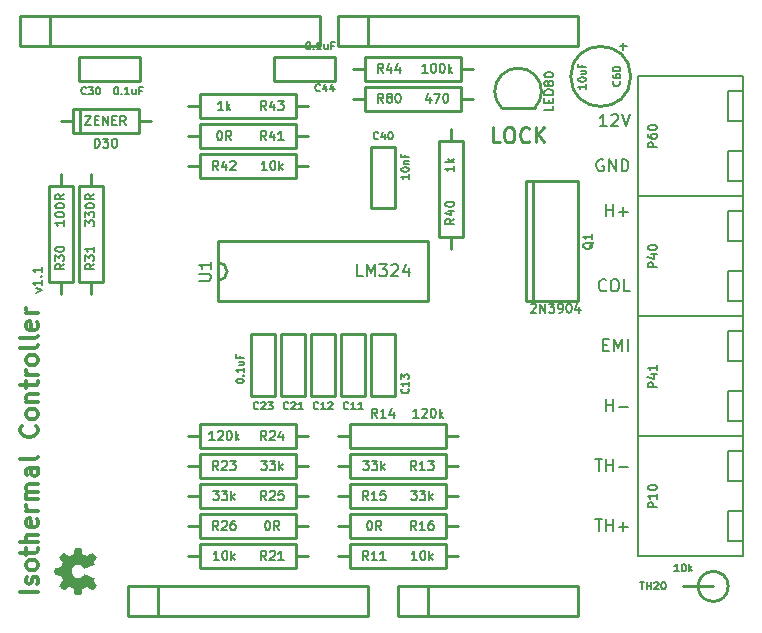
<source format=gto>
G04 (created by PCBNEW (22-Jun-2014 BZR 4027)-stable) date Sat 31 Mar 2018 01:34:17 AM CDT*
%MOIN*%
G04 Gerber Fmt 3.4, Leading zero omitted, Abs format*
%FSLAX34Y34*%
G01*
G70*
G90*
G04 APERTURE LIST*
%ADD10C,0.00590551*%
%ADD11C,0.008*%
%ADD12C,0.006*%
%ADD13C,0.01*%
%ADD14C,0.012*%
%ADD15C,0.0001*%
%ADD16C,0.005*%
G04 APERTURE END LIST*
G54D10*
G54D11*
X88450Y-52161D02*
X88221Y-52161D01*
X88335Y-52161D02*
X88335Y-51761D01*
X88297Y-51819D01*
X88259Y-51857D01*
X88221Y-51876D01*
X88602Y-51800D02*
X88621Y-51780D01*
X88659Y-51761D01*
X88754Y-51761D01*
X88792Y-51780D01*
X88811Y-51800D01*
X88830Y-51838D01*
X88830Y-51876D01*
X88811Y-51933D01*
X88583Y-52161D01*
X88830Y-52161D01*
X88945Y-51761D02*
X89078Y-52161D01*
X89211Y-51761D01*
X88335Y-53280D02*
X88297Y-53261D01*
X88240Y-53261D01*
X88183Y-53280D01*
X88145Y-53319D01*
X88126Y-53357D01*
X88107Y-53433D01*
X88107Y-53490D01*
X88126Y-53566D01*
X88145Y-53604D01*
X88183Y-53642D01*
X88240Y-53661D01*
X88278Y-53661D01*
X88335Y-53642D01*
X88354Y-53623D01*
X88354Y-53490D01*
X88278Y-53490D01*
X88526Y-53661D02*
X88526Y-53261D01*
X88754Y-53661D01*
X88754Y-53261D01*
X88945Y-53661D02*
X88945Y-53261D01*
X89040Y-53261D01*
X89097Y-53280D01*
X89135Y-53319D01*
X89154Y-53357D01*
X89173Y-53433D01*
X89173Y-53490D01*
X89154Y-53566D01*
X89135Y-53604D01*
X89097Y-53642D01*
X89040Y-53661D01*
X88945Y-53661D01*
X88430Y-55161D02*
X88430Y-54761D01*
X88430Y-54952D02*
X88659Y-54952D01*
X88659Y-55161D02*
X88659Y-54761D01*
X88850Y-55009D02*
X89154Y-55009D01*
X89002Y-55161D02*
X89002Y-54857D01*
X88430Y-57623D02*
X88411Y-57642D01*
X88354Y-57661D01*
X88316Y-57661D01*
X88259Y-57642D01*
X88221Y-57604D01*
X88202Y-57566D01*
X88183Y-57490D01*
X88183Y-57433D01*
X88202Y-57357D01*
X88221Y-57319D01*
X88259Y-57280D01*
X88316Y-57261D01*
X88354Y-57261D01*
X88411Y-57280D01*
X88430Y-57300D01*
X88678Y-57261D02*
X88754Y-57261D01*
X88792Y-57280D01*
X88830Y-57319D01*
X88850Y-57395D01*
X88850Y-57528D01*
X88830Y-57604D01*
X88792Y-57642D01*
X88754Y-57661D01*
X88678Y-57661D01*
X88640Y-57642D01*
X88602Y-57604D01*
X88583Y-57528D01*
X88583Y-57395D01*
X88602Y-57319D01*
X88640Y-57280D01*
X88678Y-57261D01*
X89211Y-57661D02*
X89021Y-57661D01*
X89021Y-57261D01*
X88335Y-59452D02*
X88469Y-59452D01*
X88526Y-59661D02*
X88335Y-59661D01*
X88335Y-59261D01*
X88526Y-59261D01*
X88697Y-59661D02*
X88697Y-59261D01*
X88830Y-59547D01*
X88964Y-59261D01*
X88964Y-59661D01*
X89154Y-59661D02*
X89154Y-59261D01*
X88430Y-61661D02*
X88430Y-61261D01*
X88430Y-61452D02*
X88659Y-61452D01*
X88659Y-61661D02*
X88659Y-61261D01*
X88850Y-61509D02*
X89154Y-61509D01*
X88069Y-63261D02*
X88297Y-63261D01*
X88183Y-63661D02*
X88183Y-63261D01*
X88430Y-63661D02*
X88430Y-63261D01*
X88430Y-63452D02*
X88659Y-63452D01*
X88659Y-63661D02*
X88659Y-63261D01*
X88850Y-63509D02*
X89154Y-63509D01*
X88069Y-65261D02*
X88297Y-65261D01*
X88183Y-65661D02*
X88183Y-65261D01*
X88430Y-65661D02*
X88430Y-65261D01*
X88430Y-65452D02*
X88659Y-65452D01*
X88659Y-65661D02*
X88659Y-65261D01*
X88850Y-65509D02*
X89154Y-65509D01*
X89002Y-65661D02*
X89002Y-65357D01*
G54D12*
X69421Y-57707D02*
X69621Y-57635D01*
X69421Y-57564D01*
X69621Y-57292D02*
X69621Y-57464D01*
X69621Y-57378D02*
X69321Y-57378D01*
X69364Y-57407D01*
X69392Y-57435D01*
X69407Y-57464D01*
X69592Y-57164D02*
X69607Y-57150D01*
X69621Y-57164D01*
X69607Y-57178D01*
X69592Y-57164D01*
X69621Y-57164D01*
X69621Y-56864D02*
X69621Y-57035D01*
X69621Y-56950D02*
X69321Y-56950D01*
X69364Y-56978D01*
X69392Y-57007D01*
X69407Y-57035D01*
G54D13*
X84892Y-52702D02*
X84654Y-52702D01*
X84654Y-52202D01*
X85154Y-52202D02*
X85250Y-52202D01*
X85297Y-52226D01*
X85345Y-52273D01*
X85369Y-52369D01*
X85369Y-52535D01*
X85345Y-52630D01*
X85297Y-52678D01*
X85250Y-52702D01*
X85154Y-52702D01*
X85107Y-52678D01*
X85059Y-52630D01*
X85035Y-52535D01*
X85035Y-52369D01*
X85059Y-52273D01*
X85107Y-52226D01*
X85154Y-52202D01*
X85869Y-52654D02*
X85845Y-52678D01*
X85773Y-52702D01*
X85726Y-52702D01*
X85654Y-52678D01*
X85607Y-52630D01*
X85583Y-52583D01*
X85559Y-52488D01*
X85559Y-52416D01*
X85583Y-52321D01*
X85607Y-52273D01*
X85654Y-52226D01*
X85726Y-52202D01*
X85773Y-52202D01*
X85845Y-52226D01*
X85869Y-52250D01*
X86083Y-52702D02*
X86083Y-52202D01*
X86369Y-52702D02*
X86154Y-52416D01*
X86369Y-52202D02*
X86083Y-52488D01*
G54D14*
X69492Y-67685D02*
X68892Y-67685D01*
X69464Y-67428D02*
X69492Y-67371D01*
X69492Y-67257D01*
X69464Y-67200D01*
X69407Y-67171D01*
X69378Y-67171D01*
X69321Y-67200D01*
X69292Y-67257D01*
X69292Y-67342D01*
X69264Y-67400D01*
X69207Y-67428D01*
X69178Y-67428D01*
X69121Y-67400D01*
X69092Y-67342D01*
X69092Y-67257D01*
X69121Y-67200D01*
X69492Y-66828D02*
X69464Y-66885D01*
X69435Y-66914D01*
X69378Y-66942D01*
X69207Y-66942D01*
X69150Y-66914D01*
X69121Y-66885D01*
X69092Y-66828D01*
X69092Y-66742D01*
X69121Y-66685D01*
X69150Y-66657D01*
X69207Y-66628D01*
X69378Y-66628D01*
X69435Y-66657D01*
X69464Y-66685D01*
X69492Y-66742D01*
X69492Y-66828D01*
X69092Y-66457D02*
X69092Y-66228D01*
X68892Y-66371D02*
X69407Y-66371D01*
X69464Y-66342D01*
X69492Y-66285D01*
X69492Y-66228D01*
X69492Y-66028D02*
X68892Y-66028D01*
X69492Y-65771D02*
X69178Y-65771D01*
X69121Y-65800D01*
X69092Y-65857D01*
X69092Y-65942D01*
X69121Y-66000D01*
X69150Y-66028D01*
X69464Y-65257D02*
X69492Y-65314D01*
X69492Y-65428D01*
X69464Y-65485D01*
X69407Y-65514D01*
X69178Y-65514D01*
X69121Y-65485D01*
X69092Y-65428D01*
X69092Y-65314D01*
X69121Y-65257D01*
X69178Y-65228D01*
X69235Y-65228D01*
X69292Y-65514D01*
X69492Y-64971D02*
X69092Y-64971D01*
X69207Y-64971D02*
X69150Y-64942D01*
X69121Y-64914D01*
X69092Y-64857D01*
X69092Y-64800D01*
X69492Y-64600D02*
X69092Y-64600D01*
X69150Y-64600D02*
X69121Y-64571D01*
X69092Y-64514D01*
X69092Y-64428D01*
X69121Y-64371D01*
X69178Y-64342D01*
X69492Y-64342D01*
X69178Y-64342D02*
X69121Y-64314D01*
X69092Y-64257D01*
X69092Y-64171D01*
X69121Y-64114D01*
X69178Y-64085D01*
X69492Y-64085D01*
X69492Y-63542D02*
X69178Y-63542D01*
X69121Y-63571D01*
X69092Y-63628D01*
X69092Y-63742D01*
X69121Y-63800D01*
X69464Y-63542D02*
X69492Y-63600D01*
X69492Y-63742D01*
X69464Y-63800D01*
X69407Y-63828D01*
X69350Y-63828D01*
X69292Y-63800D01*
X69264Y-63742D01*
X69264Y-63600D01*
X69235Y-63542D01*
X69492Y-63171D02*
X69464Y-63228D01*
X69407Y-63257D01*
X68892Y-63257D01*
X69435Y-62142D02*
X69464Y-62171D01*
X69492Y-62257D01*
X69492Y-62314D01*
X69464Y-62400D01*
X69407Y-62457D01*
X69350Y-62485D01*
X69235Y-62514D01*
X69150Y-62514D01*
X69035Y-62485D01*
X68978Y-62457D01*
X68921Y-62400D01*
X68892Y-62314D01*
X68892Y-62257D01*
X68921Y-62171D01*
X68950Y-62142D01*
X69492Y-61800D02*
X69464Y-61857D01*
X69435Y-61885D01*
X69378Y-61914D01*
X69207Y-61914D01*
X69150Y-61885D01*
X69121Y-61857D01*
X69092Y-61800D01*
X69092Y-61714D01*
X69121Y-61657D01*
X69150Y-61628D01*
X69207Y-61600D01*
X69378Y-61600D01*
X69435Y-61628D01*
X69464Y-61657D01*
X69492Y-61714D01*
X69492Y-61800D01*
X69092Y-61342D02*
X69492Y-61342D01*
X69150Y-61342D02*
X69121Y-61314D01*
X69092Y-61257D01*
X69092Y-61171D01*
X69121Y-61114D01*
X69178Y-61085D01*
X69492Y-61085D01*
X69092Y-60885D02*
X69092Y-60657D01*
X68892Y-60800D02*
X69407Y-60800D01*
X69464Y-60771D01*
X69492Y-60714D01*
X69492Y-60657D01*
X69492Y-60457D02*
X69092Y-60457D01*
X69207Y-60457D02*
X69150Y-60428D01*
X69121Y-60400D01*
X69092Y-60342D01*
X69092Y-60285D01*
X69492Y-60000D02*
X69464Y-60057D01*
X69435Y-60085D01*
X69378Y-60114D01*
X69207Y-60114D01*
X69150Y-60085D01*
X69121Y-60057D01*
X69092Y-60000D01*
X69092Y-59914D01*
X69121Y-59857D01*
X69150Y-59828D01*
X69207Y-59800D01*
X69378Y-59800D01*
X69435Y-59828D01*
X69464Y-59857D01*
X69492Y-59914D01*
X69492Y-60000D01*
X69492Y-59457D02*
X69464Y-59514D01*
X69407Y-59542D01*
X68892Y-59542D01*
X69492Y-59142D02*
X69464Y-59200D01*
X69407Y-59228D01*
X68892Y-59228D01*
X69464Y-58685D02*
X69492Y-58742D01*
X69492Y-58857D01*
X69464Y-58914D01*
X69407Y-58942D01*
X69178Y-58942D01*
X69121Y-58914D01*
X69092Y-58857D01*
X69092Y-58742D01*
X69121Y-58685D01*
X69178Y-58657D01*
X69235Y-58657D01*
X69292Y-58942D01*
X69492Y-58400D02*
X69092Y-58400D01*
X69207Y-58400D02*
X69150Y-58371D01*
X69121Y-58342D01*
X69092Y-58285D01*
X69092Y-58228D01*
G54D13*
X89250Y-50500D02*
G75*
G03X89250Y-50500I-1000J0D01*
G74*
G01*
X79500Y-58000D02*
X82500Y-58000D01*
X79500Y-56000D02*
X82500Y-56000D01*
X75800Y-57000D02*
G75*
G03X75500Y-56700I-300J0D01*
G74*
G01*
X75500Y-57300D02*
G75*
G03X75800Y-57000I0J300D01*
G74*
G01*
X75500Y-56000D02*
X79500Y-56000D01*
X82500Y-56000D02*
X82500Y-58000D01*
X79500Y-58000D02*
X75500Y-58000D01*
X75500Y-58000D02*
X75500Y-56000D01*
X70850Y-50650D02*
X72900Y-50650D01*
X70850Y-49850D02*
X72900Y-49850D01*
X72900Y-49850D02*
X72900Y-50650D01*
X70850Y-50650D02*
X70850Y-49850D01*
X76600Y-59100D02*
X76600Y-61150D01*
X77400Y-59100D02*
X77400Y-61150D01*
X77400Y-61150D02*
X76600Y-61150D01*
X76600Y-59100D02*
X77400Y-59100D01*
X77600Y-59100D02*
X77600Y-61150D01*
X78400Y-59100D02*
X78400Y-61150D01*
X78400Y-61150D02*
X77600Y-61150D01*
X77600Y-59100D02*
X78400Y-59100D01*
X81400Y-54900D02*
X81400Y-52850D01*
X80600Y-54900D02*
X80600Y-52850D01*
X80600Y-52850D02*
X81400Y-52850D01*
X81400Y-54900D02*
X80600Y-54900D01*
X80600Y-59100D02*
X80600Y-61150D01*
X81400Y-59100D02*
X81400Y-61150D01*
X81400Y-61150D02*
X80600Y-61150D01*
X80600Y-59100D02*
X81400Y-59100D01*
X79600Y-59100D02*
X79600Y-61150D01*
X80400Y-59100D02*
X80400Y-61150D01*
X80400Y-61150D02*
X79600Y-61150D01*
X79600Y-59100D02*
X80400Y-59100D01*
X78600Y-59100D02*
X78600Y-61150D01*
X79400Y-59100D02*
X79400Y-61150D01*
X79400Y-61150D02*
X78600Y-61150D01*
X78600Y-59100D02*
X79400Y-59100D01*
X72500Y-68500D02*
X80500Y-68500D01*
X72500Y-67500D02*
X80500Y-67500D01*
X73500Y-67500D02*
X73500Y-68500D01*
X80500Y-67500D02*
X80500Y-68500D01*
X72500Y-68500D02*
X72500Y-67500D01*
X79500Y-49500D02*
X87500Y-49500D01*
X79500Y-48500D02*
X87500Y-48500D01*
X80500Y-48500D02*
X80500Y-49500D01*
X87500Y-48500D02*
X87500Y-49500D01*
X79500Y-49500D02*
X79500Y-48500D01*
X81500Y-68500D02*
X87500Y-68500D01*
X81500Y-67500D02*
X87500Y-67500D01*
X82500Y-67500D02*
X82500Y-68500D01*
X87500Y-67500D02*
X87500Y-68500D01*
X81500Y-68500D02*
X81500Y-67500D01*
X68900Y-49500D02*
X78900Y-49500D01*
X68900Y-48500D02*
X78900Y-48500D01*
X69900Y-48500D02*
X69900Y-49500D01*
X78900Y-48500D02*
X78900Y-49500D01*
X68900Y-49500D02*
X68900Y-48500D01*
X86051Y-51551D02*
X84948Y-51551D01*
X84948Y-50448D02*
G75*
G03X84948Y-51551I551J-551D01*
G74*
G01*
X86051Y-50448D02*
G75*
G03X84948Y-50448I-551J-551D01*
G74*
G01*
X86051Y-51551D02*
G75*
G03X86051Y-50448I-551J551D01*
G74*
G01*
X92500Y-67500D02*
G75*
G03X92500Y-67500I-500J0D01*
G74*
G01*
X92000Y-67500D02*
X91000Y-67500D01*
G54D15*
G36*
X71457Y-67477D02*
X71453Y-67469D01*
X71441Y-67450D01*
X71424Y-67424D01*
X71403Y-67393D01*
X71382Y-67362D01*
X71365Y-67336D01*
X71353Y-67318D01*
X71349Y-67311D01*
X71350Y-67307D01*
X71358Y-67292D01*
X71369Y-67270D01*
X71375Y-67258D01*
X71384Y-67238D01*
X71386Y-67228D01*
X71383Y-67227D01*
X71368Y-67219D01*
X71342Y-67208D01*
X71308Y-67193D01*
X71268Y-67176D01*
X71225Y-67158D01*
X71181Y-67140D01*
X71139Y-67122D01*
X71101Y-67107D01*
X71071Y-67094D01*
X71049Y-67086D01*
X71040Y-67083D01*
X71038Y-67084D01*
X71029Y-67094D01*
X71016Y-67111D01*
X70985Y-67149D01*
X70939Y-67185D01*
X70887Y-67208D01*
X70829Y-67215D01*
X70776Y-67209D01*
X70725Y-67188D01*
X70678Y-67152D01*
X70644Y-67108D01*
X70622Y-67057D01*
X70615Y-67000D01*
X70621Y-66945D01*
X70642Y-66893D01*
X70677Y-66846D01*
X70700Y-66827D01*
X70747Y-66800D01*
X70797Y-66784D01*
X70809Y-66783D01*
X70865Y-66785D01*
X70918Y-66801D01*
X70965Y-66830D01*
X71004Y-66871D01*
X71008Y-66876D01*
X71022Y-66895D01*
X71031Y-66907D01*
X71039Y-66917D01*
X71209Y-66847D01*
X71236Y-66836D01*
X71282Y-66816D01*
X71322Y-66799D01*
X71354Y-66786D01*
X71375Y-66776D01*
X71384Y-66772D01*
X71384Y-66772D01*
X71385Y-66766D01*
X71380Y-66753D01*
X71369Y-66729D01*
X71361Y-66713D01*
X71352Y-66695D01*
X71349Y-66687D01*
X71353Y-66680D01*
X71364Y-66663D01*
X71381Y-66638D01*
X71401Y-66608D01*
X71421Y-66579D01*
X71439Y-66552D01*
X71451Y-66533D01*
X71456Y-66523D01*
X71456Y-66522D01*
X71451Y-66514D01*
X71439Y-66498D01*
X71417Y-66475D01*
X71385Y-66443D01*
X71380Y-66438D01*
X71352Y-66411D01*
X71329Y-66389D01*
X71313Y-66374D01*
X71306Y-66369D01*
X71306Y-66369D01*
X71296Y-66374D01*
X71277Y-66386D01*
X71250Y-66404D01*
X71219Y-66425D01*
X71137Y-66481D01*
X71060Y-66450D01*
X71037Y-66441D01*
X71008Y-66429D01*
X70988Y-66420D01*
X70979Y-66415D01*
X70976Y-66407D01*
X70971Y-66386D01*
X70964Y-66355D01*
X70958Y-66319D01*
X70951Y-66284D01*
X70945Y-66253D01*
X70941Y-66230D01*
X70939Y-66220D01*
X70937Y-66218D01*
X70932Y-66216D01*
X70922Y-66214D01*
X70903Y-66214D01*
X70873Y-66213D01*
X70829Y-66213D01*
X70825Y-66213D01*
X70783Y-66214D01*
X70750Y-66214D01*
X70729Y-66215D01*
X70721Y-66217D01*
X70721Y-66217D01*
X70718Y-66227D01*
X70714Y-66249D01*
X70707Y-66280D01*
X70700Y-66318D01*
X70700Y-66320D01*
X70693Y-66357D01*
X70686Y-66388D01*
X70681Y-66410D01*
X70678Y-66419D01*
X70676Y-66421D01*
X70661Y-66429D01*
X70638Y-66440D01*
X70610Y-66452D01*
X70581Y-66464D01*
X70554Y-66475D01*
X70535Y-66482D01*
X70526Y-66484D01*
X70526Y-66484D01*
X70517Y-66478D01*
X70497Y-66465D01*
X70471Y-66447D01*
X70439Y-66425D01*
X70436Y-66424D01*
X70405Y-66402D01*
X70378Y-66385D01*
X70359Y-66373D01*
X70351Y-66369D01*
X70350Y-66369D01*
X70341Y-66376D01*
X70323Y-66392D01*
X70299Y-66415D01*
X70271Y-66443D01*
X70263Y-66452D01*
X70233Y-66482D01*
X70213Y-66503D01*
X70203Y-66517D01*
X70200Y-66523D01*
X70201Y-66523D01*
X70206Y-66533D01*
X70219Y-66553D01*
X70238Y-66580D01*
X70259Y-66612D01*
X70261Y-66614D01*
X70282Y-66645D01*
X70300Y-66671D01*
X70312Y-66690D01*
X70317Y-66698D01*
X70317Y-66700D01*
X70313Y-66712D01*
X70306Y-66735D01*
X70295Y-66762D01*
X70283Y-66791D01*
X70272Y-66818D01*
X70263Y-66838D01*
X70258Y-66847D01*
X70257Y-66847D01*
X70246Y-66851D01*
X70222Y-66856D01*
X70190Y-66863D01*
X70151Y-66870D01*
X70145Y-66871D01*
X70108Y-66878D01*
X70077Y-66884D01*
X70055Y-66889D01*
X70046Y-66891D01*
X70045Y-66896D01*
X70044Y-66915D01*
X70043Y-66943D01*
X70043Y-66977D01*
X70043Y-67012D01*
X70044Y-67046D01*
X70045Y-67076D01*
X70046Y-67097D01*
X70048Y-67106D01*
X70049Y-67107D01*
X70060Y-67110D01*
X70084Y-67115D01*
X70116Y-67122D01*
X70155Y-67129D01*
X70162Y-67130D01*
X70199Y-67137D01*
X70230Y-67144D01*
X70251Y-67148D01*
X70259Y-67151D01*
X70261Y-67154D01*
X70268Y-67169D01*
X70278Y-67194D01*
X70291Y-67226D01*
X70320Y-67298D01*
X70259Y-67386D01*
X70254Y-67394D01*
X70232Y-67426D01*
X70215Y-67452D01*
X70203Y-67470D01*
X70199Y-67478D01*
X70199Y-67478D01*
X70207Y-67487D01*
X70223Y-67505D01*
X70247Y-67529D01*
X70274Y-67556D01*
X70295Y-67577D01*
X70320Y-67601D01*
X70336Y-67617D01*
X70347Y-67625D01*
X70354Y-67628D01*
X70358Y-67627D01*
X70367Y-67622D01*
X70386Y-67609D01*
X70413Y-67591D01*
X70444Y-67569D01*
X70471Y-67551D01*
X70500Y-67532D01*
X70521Y-67520D01*
X70532Y-67515D01*
X70536Y-67516D01*
X70553Y-67523D01*
X70580Y-67533D01*
X70611Y-67546D01*
X70681Y-67577D01*
X70689Y-67623D01*
X70695Y-67651D01*
X70702Y-67690D01*
X70709Y-67727D01*
X70721Y-67785D01*
X70933Y-67787D01*
X70937Y-67778D01*
X70940Y-67769D01*
X70944Y-67748D01*
X70950Y-67717D01*
X70957Y-67681D01*
X70963Y-67650D01*
X70969Y-67619D01*
X70973Y-67597D01*
X70975Y-67587D01*
X70979Y-67584D01*
X70994Y-67576D01*
X71018Y-67565D01*
X71047Y-67553D01*
X71076Y-67541D01*
X71104Y-67530D01*
X71125Y-67522D01*
X71136Y-67519D01*
X71144Y-67523D01*
X71162Y-67535D01*
X71188Y-67552D01*
X71219Y-67573D01*
X71250Y-67595D01*
X71277Y-67612D01*
X71296Y-67625D01*
X71304Y-67630D01*
X71310Y-67627D01*
X71325Y-67615D01*
X71349Y-67592D01*
X71384Y-67557D01*
X71389Y-67551D01*
X71416Y-67524D01*
X71437Y-67500D01*
X71452Y-67484D01*
X71457Y-67477D01*
X71457Y-67477D01*
G37*
G54D10*
X93000Y-52000D02*
X92500Y-52000D01*
X92500Y-52000D02*
X92500Y-51000D01*
X92500Y-51000D02*
X93000Y-51000D01*
X93000Y-54000D02*
X92500Y-54000D01*
X92500Y-54000D02*
X92500Y-53000D01*
X92500Y-53000D02*
X93000Y-53000D01*
X89500Y-54500D02*
X93000Y-54500D01*
X93000Y-54500D02*
X93000Y-50500D01*
X93000Y-50500D02*
X89500Y-50500D01*
X89500Y-50500D02*
X89500Y-54500D01*
X93000Y-56000D02*
X92500Y-56000D01*
X92500Y-56000D02*
X92500Y-55000D01*
X92500Y-55000D02*
X93000Y-55000D01*
X93000Y-58000D02*
X92500Y-58000D01*
X92500Y-58000D02*
X92500Y-57000D01*
X92500Y-57000D02*
X93000Y-57000D01*
X89500Y-58500D02*
X93000Y-58500D01*
X93000Y-58500D02*
X93000Y-54500D01*
X93000Y-54500D02*
X89500Y-54500D01*
X89500Y-54500D02*
X89500Y-58500D01*
X93000Y-60000D02*
X92500Y-60000D01*
X92500Y-60000D02*
X92500Y-59000D01*
X92500Y-59000D02*
X93000Y-59000D01*
X93000Y-62000D02*
X92500Y-62000D01*
X92500Y-62000D02*
X92500Y-61000D01*
X92500Y-61000D02*
X93000Y-61000D01*
X89500Y-62500D02*
X93000Y-62500D01*
X93000Y-62500D02*
X93000Y-58500D01*
X93000Y-58500D02*
X89500Y-58500D01*
X89500Y-58500D02*
X89500Y-62500D01*
X93000Y-64000D02*
X92500Y-64000D01*
X92500Y-64000D02*
X92500Y-63000D01*
X92500Y-63000D02*
X93000Y-63000D01*
X93000Y-66000D02*
X92500Y-66000D01*
X92500Y-66000D02*
X92500Y-65000D01*
X92500Y-65000D02*
X93000Y-65000D01*
X89500Y-66500D02*
X93000Y-66500D01*
X93000Y-66500D02*
X93000Y-62500D01*
X93000Y-62500D02*
X89500Y-62500D01*
X89500Y-62500D02*
X89500Y-66500D01*
G54D13*
X78500Y-51500D02*
X78100Y-51500D01*
X78100Y-51500D02*
X78100Y-51900D01*
X78100Y-51900D02*
X74900Y-51900D01*
X74900Y-51900D02*
X74900Y-51100D01*
X74900Y-51100D02*
X78100Y-51100D01*
X78100Y-51100D02*
X78100Y-51500D01*
X74500Y-51500D02*
X74900Y-51500D01*
X74500Y-53500D02*
X74900Y-53500D01*
X74900Y-53500D02*
X74900Y-53100D01*
X74900Y-53100D02*
X78100Y-53100D01*
X78100Y-53100D02*
X78100Y-53900D01*
X78100Y-53900D02*
X74900Y-53900D01*
X74900Y-53900D02*
X74900Y-53500D01*
X78500Y-53500D02*
X78100Y-53500D01*
X71250Y-57750D02*
X71250Y-57350D01*
X71250Y-57350D02*
X70850Y-57350D01*
X70850Y-57350D02*
X70850Y-54150D01*
X70850Y-54150D02*
X71650Y-54150D01*
X71650Y-54150D02*
X71650Y-57350D01*
X71650Y-57350D02*
X71250Y-57350D01*
X71250Y-53750D02*
X71250Y-54150D01*
X80000Y-50250D02*
X80400Y-50250D01*
X80400Y-50250D02*
X80400Y-49850D01*
X80400Y-49850D02*
X83600Y-49850D01*
X83600Y-49850D02*
X83600Y-50650D01*
X83600Y-50650D02*
X80400Y-50650D01*
X80400Y-50650D02*
X80400Y-50250D01*
X84000Y-50250D02*
X83600Y-50250D01*
X72850Y-52000D02*
X73250Y-52000D01*
X70650Y-52000D02*
X70250Y-52000D01*
X72850Y-51600D02*
X70650Y-51600D01*
X70650Y-52400D02*
X72850Y-52400D01*
X70900Y-52400D02*
X70900Y-51600D01*
X70650Y-52000D02*
X70650Y-52400D01*
X72850Y-52400D02*
X72850Y-52000D01*
X72850Y-52000D02*
X72850Y-51600D01*
X70650Y-51600D02*
X70650Y-52000D01*
X79500Y-62500D02*
X79900Y-62500D01*
X79900Y-62500D02*
X79900Y-62100D01*
X79900Y-62100D02*
X83100Y-62100D01*
X83100Y-62100D02*
X83100Y-62900D01*
X83100Y-62900D02*
X79900Y-62900D01*
X79900Y-62900D02*
X79900Y-62500D01*
X83500Y-62500D02*
X83100Y-62500D01*
X83500Y-63500D02*
X83100Y-63500D01*
X83100Y-63500D02*
X83100Y-63900D01*
X83100Y-63900D02*
X79900Y-63900D01*
X79900Y-63900D02*
X79900Y-63100D01*
X79900Y-63100D02*
X83100Y-63100D01*
X83100Y-63100D02*
X83100Y-63500D01*
X79500Y-63500D02*
X79900Y-63500D01*
X79500Y-64500D02*
X79900Y-64500D01*
X79900Y-64500D02*
X79900Y-64100D01*
X79900Y-64100D02*
X83100Y-64100D01*
X83100Y-64100D02*
X83100Y-64900D01*
X83100Y-64900D02*
X79900Y-64900D01*
X79900Y-64900D02*
X79900Y-64500D01*
X83500Y-64500D02*
X83100Y-64500D01*
X79500Y-66500D02*
X79900Y-66500D01*
X79900Y-66500D02*
X79900Y-66100D01*
X79900Y-66100D02*
X83100Y-66100D01*
X83100Y-66100D02*
X83100Y-66900D01*
X83100Y-66900D02*
X79900Y-66900D01*
X79900Y-66900D02*
X79900Y-66500D01*
X83500Y-66500D02*
X83100Y-66500D01*
X83500Y-65500D02*
X83100Y-65500D01*
X83100Y-65500D02*
X83100Y-65900D01*
X83100Y-65900D02*
X79900Y-65900D01*
X79900Y-65900D02*
X79900Y-65100D01*
X79900Y-65100D02*
X83100Y-65100D01*
X83100Y-65100D02*
X83100Y-65500D01*
X79500Y-65500D02*
X79900Y-65500D01*
X78500Y-62500D02*
X78100Y-62500D01*
X78100Y-62500D02*
X78100Y-62900D01*
X78100Y-62900D02*
X74900Y-62900D01*
X74900Y-62900D02*
X74900Y-62100D01*
X74900Y-62100D02*
X78100Y-62100D01*
X78100Y-62100D02*
X78100Y-62500D01*
X74500Y-62500D02*
X74900Y-62500D01*
X74500Y-63500D02*
X74900Y-63500D01*
X74900Y-63500D02*
X74900Y-63100D01*
X74900Y-63100D02*
X78100Y-63100D01*
X78100Y-63100D02*
X78100Y-63900D01*
X78100Y-63900D02*
X74900Y-63900D01*
X74900Y-63900D02*
X74900Y-63500D01*
X78500Y-63500D02*
X78100Y-63500D01*
X78500Y-64500D02*
X78100Y-64500D01*
X78100Y-64500D02*
X78100Y-64900D01*
X78100Y-64900D02*
X74900Y-64900D01*
X74900Y-64900D02*
X74900Y-64100D01*
X74900Y-64100D02*
X78100Y-64100D01*
X78100Y-64100D02*
X78100Y-64500D01*
X74500Y-64500D02*
X74900Y-64500D01*
X74500Y-65500D02*
X74900Y-65500D01*
X74900Y-65500D02*
X74900Y-65100D01*
X74900Y-65100D02*
X78100Y-65100D01*
X78100Y-65100D02*
X78100Y-65900D01*
X78100Y-65900D02*
X74900Y-65900D01*
X74900Y-65900D02*
X74900Y-65500D01*
X78500Y-65500D02*
X78100Y-65500D01*
X78500Y-66500D02*
X78100Y-66500D01*
X78100Y-66500D02*
X78100Y-66900D01*
X78100Y-66900D02*
X74900Y-66900D01*
X74900Y-66900D02*
X74900Y-66100D01*
X74900Y-66100D02*
X78100Y-66100D01*
X78100Y-66100D02*
X78100Y-66500D01*
X74500Y-66500D02*
X74900Y-66500D01*
X83250Y-56250D02*
X83250Y-55850D01*
X83250Y-55850D02*
X82850Y-55850D01*
X82850Y-55850D02*
X82850Y-52650D01*
X82850Y-52650D02*
X83650Y-52650D01*
X83650Y-52650D02*
X83650Y-55850D01*
X83650Y-55850D02*
X83250Y-55850D01*
X83250Y-52250D02*
X83250Y-52650D01*
X80000Y-51250D02*
X80400Y-51250D01*
X80400Y-51250D02*
X80400Y-50850D01*
X80400Y-50850D02*
X83600Y-50850D01*
X83600Y-50850D02*
X83600Y-51650D01*
X83600Y-51650D02*
X80400Y-51650D01*
X80400Y-51650D02*
X80400Y-51250D01*
X84000Y-51250D02*
X83600Y-51250D01*
X70250Y-57750D02*
X70250Y-57350D01*
X70250Y-57350D02*
X69850Y-57350D01*
X69850Y-57350D02*
X69850Y-54150D01*
X69850Y-54150D02*
X70650Y-54150D01*
X70650Y-54150D02*
X70650Y-57350D01*
X70650Y-57350D02*
X70250Y-57350D01*
X70250Y-53750D02*
X70250Y-54150D01*
X78500Y-52500D02*
X78100Y-52500D01*
X78100Y-52500D02*
X78100Y-52900D01*
X78100Y-52900D02*
X74900Y-52900D01*
X74900Y-52900D02*
X74900Y-52100D01*
X74900Y-52100D02*
X78100Y-52100D01*
X78100Y-52100D02*
X78100Y-52500D01*
X74500Y-52500D02*
X74900Y-52500D01*
X79400Y-49850D02*
X77350Y-49850D01*
X79400Y-50650D02*
X77350Y-50650D01*
X77350Y-50650D02*
X77350Y-49850D01*
X79400Y-49850D02*
X79400Y-50650D01*
X86000Y-58000D02*
X85750Y-58000D01*
X85750Y-58000D02*
X85750Y-54000D01*
X85750Y-54000D02*
X86000Y-54000D01*
X87500Y-58000D02*
X86000Y-58000D01*
X86000Y-58000D02*
X86000Y-54000D01*
X86000Y-54000D02*
X87500Y-54000D01*
X87500Y-54000D02*
X87500Y-58000D01*
G54D16*
X88877Y-50660D02*
X88889Y-50672D01*
X88901Y-50708D01*
X88901Y-50732D01*
X88889Y-50767D01*
X88865Y-50791D01*
X88841Y-50803D01*
X88794Y-50815D01*
X88758Y-50815D01*
X88710Y-50803D01*
X88686Y-50791D01*
X88663Y-50767D01*
X88651Y-50732D01*
X88651Y-50708D01*
X88663Y-50672D01*
X88675Y-50660D01*
X88651Y-50446D02*
X88651Y-50494D01*
X88663Y-50517D01*
X88675Y-50529D01*
X88710Y-50553D01*
X88758Y-50565D01*
X88853Y-50565D01*
X88877Y-50553D01*
X88889Y-50541D01*
X88901Y-50517D01*
X88901Y-50470D01*
X88889Y-50446D01*
X88877Y-50434D01*
X88853Y-50422D01*
X88794Y-50422D01*
X88770Y-50434D01*
X88758Y-50446D01*
X88746Y-50470D01*
X88746Y-50517D01*
X88758Y-50541D01*
X88770Y-50553D01*
X88794Y-50565D01*
X88651Y-50267D02*
X88651Y-50244D01*
X88663Y-50220D01*
X88675Y-50208D01*
X88698Y-50196D01*
X88746Y-50184D01*
X88805Y-50184D01*
X88853Y-50196D01*
X88877Y-50208D01*
X88889Y-50220D01*
X88901Y-50244D01*
X88901Y-50267D01*
X88889Y-50291D01*
X88877Y-50303D01*
X88853Y-50315D01*
X88805Y-50327D01*
X88746Y-50327D01*
X88698Y-50315D01*
X88675Y-50303D01*
X88663Y-50291D01*
X88651Y-50267D01*
X87751Y-50767D02*
X87751Y-50910D01*
X87751Y-50839D02*
X87501Y-50839D01*
X87536Y-50863D01*
X87560Y-50886D01*
X87572Y-50910D01*
X87501Y-50613D02*
X87501Y-50589D01*
X87513Y-50565D01*
X87525Y-50553D01*
X87548Y-50541D01*
X87596Y-50529D01*
X87655Y-50529D01*
X87703Y-50541D01*
X87727Y-50553D01*
X87739Y-50565D01*
X87751Y-50589D01*
X87751Y-50613D01*
X87739Y-50636D01*
X87727Y-50648D01*
X87703Y-50660D01*
X87655Y-50672D01*
X87596Y-50672D01*
X87548Y-50660D01*
X87525Y-50648D01*
X87513Y-50636D01*
X87501Y-50613D01*
X87584Y-50315D02*
X87751Y-50315D01*
X87584Y-50422D02*
X87715Y-50422D01*
X87739Y-50410D01*
X87751Y-50386D01*
X87751Y-50351D01*
X87739Y-50327D01*
X87727Y-50315D01*
X87620Y-50113D02*
X87620Y-50196D01*
X87751Y-50196D02*
X87501Y-50196D01*
X87501Y-50077D01*
G54D12*
X89007Y-49614D02*
X89007Y-49385D01*
X89121Y-49500D02*
X88892Y-49500D01*
G54D11*
X74861Y-57304D02*
X75185Y-57304D01*
X75223Y-57285D01*
X75242Y-57266D01*
X75261Y-57228D01*
X75261Y-57152D01*
X75242Y-57114D01*
X75223Y-57095D01*
X75185Y-57076D01*
X74861Y-57076D01*
X75261Y-56676D02*
X75261Y-56904D01*
X75261Y-56790D02*
X74861Y-56790D01*
X74919Y-56828D01*
X74957Y-56866D01*
X74976Y-56904D01*
X80323Y-57161D02*
X80133Y-57161D01*
X80133Y-56761D01*
X80457Y-57161D02*
X80457Y-56761D01*
X80590Y-57047D01*
X80723Y-56761D01*
X80723Y-57161D01*
X80876Y-56761D02*
X81123Y-56761D01*
X80990Y-56914D01*
X81047Y-56914D01*
X81085Y-56933D01*
X81104Y-56952D01*
X81123Y-56990D01*
X81123Y-57085D01*
X81104Y-57123D01*
X81085Y-57142D01*
X81047Y-57161D01*
X80933Y-57161D01*
X80895Y-57142D01*
X80876Y-57123D01*
X81276Y-56800D02*
X81295Y-56780D01*
X81333Y-56761D01*
X81428Y-56761D01*
X81466Y-56780D01*
X81485Y-56800D01*
X81504Y-56838D01*
X81504Y-56876D01*
X81485Y-56933D01*
X81257Y-57161D01*
X81504Y-57161D01*
X81847Y-56895D02*
X81847Y-57161D01*
X81752Y-56742D02*
X81657Y-57028D01*
X81904Y-57028D01*
G54D16*
X71089Y-51077D02*
X71077Y-51089D01*
X71041Y-51101D01*
X71017Y-51101D01*
X70982Y-51089D01*
X70958Y-51065D01*
X70946Y-51041D01*
X70934Y-50994D01*
X70934Y-50958D01*
X70946Y-50910D01*
X70958Y-50886D01*
X70982Y-50863D01*
X71017Y-50851D01*
X71041Y-50851D01*
X71077Y-50863D01*
X71089Y-50875D01*
X71172Y-50851D02*
X71327Y-50851D01*
X71244Y-50946D01*
X71279Y-50946D01*
X71303Y-50958D01*
X71315Y-50970D01*
X71327Y-50994D01*
X71327Y-51053D01*
X71315Y-51077D01*
X71303Y-51089D01*
X71279Y-51101D01*
X71208Y-51101D01*
X71184Y-51089D01*
X71172Y-51077D01*
X71482Y-50851D02*
X71505Y-50851D01*
X71529Y-50863D01*
X71541Y-50875D01*
X71553Y-50898D01*
X71565Y-50946D01*
X71565Y-51005D01*
X71553Y-51053D01*
X71541Y-51077D01*
X71529Y-51089D01*
X71505Y-51101D01*
X71482Y-51101D01*
X71458Y-51089D01*
X71446Y-51077D01*
X71434Y-51053D01*
X71422Y-51005D01*
X71422Y-50946D01*
X71434Y-50898D01*
X71446Y-50875D01*
X71458Y-50863D01*
X71482Y-50851D01*
X72089Y-50851D02*
X72113Y-50851D01*
X72136Y-50863D01*
X72148Y-50875D01*
X72160Y-50898D01*
X72172Y-50946D01*
X72172Y-51005D01*
X72160Y-51053D01*
X72148Y-51077D01*
X72136Y-51089D01*
X72113Y-51101D01*
X72089Y-51101D01*
X72065Y-51089D01*
X72053Y-51077D01*
X72041Y-51053D01*
X72029Y-51005D01*
X72029Y-50946D01*
X72041Y-50898D01*
X72053Y-50875D01*
X72065Y-50863D01*
X72089Y-50851D01*
X72279Y-51077D02*
X72291Y-51089D01*
X72279Y-51101D01*
X72267Y-51089D01*
X72279Y-51077D01*
X72279Y-51101D01*
X72529Y-51101D02*
X72386Y-51101D01*
X72458Y-51101D02*
X72458Y-50851D01*
X72434Y-50886D01*
X72410Y-50910D01*
X72386Y-50922D01*
X72744Y-50934D02*
X72744Y-51101D01*
X72636Y-50934D02*
X72636Y-51065D01*
X72648Y-51089D01*
X72672Y-51101D01*
X72708Y-51101D01*
X72732Y-51089D01*
X72744Y-51077D01*
X72946Y-50970D02*
X72863Y-50970D01*
X72863Y-51101D02*
X72863Y-50851D01*
X72982Y-50851D01*
X76839Y-61577D02*
X76827Y-61589D01*
X76791Y-61601D01*
X76767Y-61601D01*
X76732Y-61589D01*
X76708Y-61565D01*
X76696Y-61541D01*
X76684Y-61494D01*
X76684Y-61458D01*
X76696Y-61410D01*
X76708Y-61386D01*
X76732Y-61363D01*
X76767Y-61351D01*
X76791Y-61351D01*
X76827Y-61363D01*
X76839Y-61375D01*
X76934Y-61375D02*
X76946Y-61363D01*
X76970Y-61351D01*
X77029Y-61351D01*
X77053Y-61363D01*
X77065Y-61375D01*
X77077Y-61398D01*
X77077Y-61422D01*
X77065Y-61458D01*
X76922Y-61601D01*
X77077Y-61601D01*
X77160Y-61351D02*
X77315Y-61351D01*
X77232Y-61446D01*
X77267Y-61446D01*
X77291Y-61458D01*
X77303Y-61470D01*
X77315Y-61494D01*
X77315Y-61553D01*
X77303Y-61577D01*
X77291Y-61589D01*
X77267Y-61601D01*
X77196Y-61601D01*
X77172Y-61589D01*
X77160Y-61577D01*
X76101Y-60660D02*
X76101Y-60636D01*
X76113Y-60613D01*
X76125Y-60601D01*
X76148Y-60589D01*
X76196Y-60577D01*
X76255Y-60577D01*
X76303Y-60589D01*
X76327Y-60601D01*
X76339Y-60613D01*
X76351Y-60636D01*
X76351Y-60660D01*
X76339Y-60684D01*
X76327Y-60696D01*
X76303Y-60708D01*
X76255Y-60720D01*
X76196Y-60720D01*
X76148Y-60708D01*
X76125Y-60696D01*
X76113Y-60684D01*
X76101Y-60660D01*
X76327Y-60470D02*
X76339Y-60458D01*
X76351Y-60470D01*
X76339Y-60482D01*
X76327Y-60470D01*
X76351Y-60470D01*
X76351Y-60220D02*
X76351Y-60363D01*
X76351Y-60291D02*
X76101Y-60291D01*
X76136Y-60315D01*
X76160Y-60339D01*
X76172Y-60363D01*
X76184Y-60005D02*
X76351Y-60005D01*
X76184Y-60113D02*
X76315Y-60113D01*
X76339Y-60101D01*
X76351Y-60077D01*
X76351Y-60041D01*
X76339Y-60017D01*
X76327Y-60005D01*
X76220Y-59803D02*
X76220Y-59886D01*
X76351Y-59886D02*
X76101Y-59886D01*
X76101Y-59767D01*
X77839Y-61577D02*
X77827Y-61589D01*
X77791Y-61601D01*
X77767Y-61601D01*
X77732Y-61589D01*
X77708Y-61565D01*
X77696Y-61541D01*
X77684Y-61494D01*
X77684Y-61458D01*
X77696Y-61410D01*
X77708Y-61386D01*
X77732Y-61363D01*
X77767Y-61351D01*
X77791Y-61351D01*
X77827Y-61363D01*
X77839Y-61375D01*
X77934Y-61375D02*
X77946Y-61363D01*
X77970Y-61351D01*
X78029Y-61351D01*
X78053Y-61363D01*
X78065Y-61375D01*
X78077Y-61398D01*
X78077Y-61422D01*
X78065Y-61458D01*
X77922Y-61601D01*
X78077Y-61601D01*
X78315Y-61601D02*
X78172Y-61601D01*
X78244Y-61601D02*
X78244Y-61351D01*
X78220Y-61386D01*
X78196Y-61410D01*
X78172Y-61422D01*
X80839Y-52577D02*
X80827Y-52589D01*
X80791Y-52601D01*
X80767Y-52601D01*
X80732Y-52589D01*
X80708Y-52565D01*
X80696Y-52541D01*
X80684Y-52494D01*
X80684Y-52458D01*
X80696Y-52410D01*
X80708Y-52386D01*
X80732Y-52363D01*
X80767Y-52351D01*
X80791Y-52351D01*
X80827Y-52363D01*
X80839Y-52375D01*
X81053Y-52434D02*
X81053Y-52601D01*
X80994Y-52339D02*
X80934Y-52517D01*
X81089Y-52517D01*
X81232Y-52351D02*
X81255Y-52351D01*
X81279Y-52363D01*
X81291Y-52375D01*
X81303Y-52398D01*
X81315Y-52446D01*
X81315Y-52505D01*
X81303Y-52553D01*
X81291Y-52577D01*
X81279Y-52589D01*
X81255Y-52601D01*
X81232Y-52601D01*
X81208Y-52589D01*
X81196Y-52577D01*
X81184Y-52553D01*
X81172Y-52505D01*
X81172Y-52446D01*
X81184Y-52398D01*
X81196Y-52375D01*
X81208Y-52363D01*
X81232Y-52351D01*
X81851Y-53767D02*
X81851Y-53910D01*
X81851Y-53839D02*
X81601Y-53839D01*
X81636Y-53863D01*
X81660Y-53886D01*
X81672Y-53910D01*
X81601Y-53613D02*
X81601Y-53589D01*
X81613Y-53565D01*
X81625Y-53553D01*
X81648Y-53541D01*
X81696Y-53529D01*
X81755Y-53529D01*
X81803Y-53541D01*
X81827Y-53553D01*
X81839Y-53565D01*
X81851Y-53589D01*
X81851Y-53613D01*
X81839Y-53636D01*
X81827Y-53648D01*
X81803Y-53660D01*
X81755Y-53672D01*
X81696Y-53672D01*
X81648Y-53660D01*
X81625Y-53648D01*
X81613Y-53636D01*
X81601Y-53613D01*
X81684Y-53422D02*
X81851Y-53422D01*
X81708Y-53422D02*
X81696Y-53410D01*
X81684Y-53386D01*
X81684Y-53351D01*
X81696Y-53327D01*
X81720Y-53315D01*
X81851Y-53315D01*
X81720Y-53113D02*
X81720Y-53196D01*
X81851Y-53196D02*
X81601Y-53196D01*
X81601Y-53077D01*
X81827Y-60910D02*
X81839Y-60922D01*
X81851Y-60958D01*
X81851Y-60982D01*
X81839Y-61017D01*
X81815Y-61041D01*
X81791Y-61053D01*
X81744Y-61065D01*
X81708Y-61065D01*
X81660Y-61053D01*
X81636Y-61041D01*
X81613Y-61017D01*
X81601Y-60982D01*
X81601Y-60958D01*
X81613Y-60922D01*
X81625Y-60910D01*
X81851Y-60672D02*
X81851Y-60815D01*
X81851Y-60744D02*
X81601Y-60744D01*
X81636Y-60767D01*
X81660Y-60791D01*
X81672Y-60815D01*
X81601Y-60589D02*
X81601Y-60434D01*
X81696Y-60517D01*
X81696Y-60482D01*
X81708Y-60458D01*
X81720Y-60446D01*
X81744Y-60434D01*
X81803Y-60434D01*
X81827Y-60446D01*
X81839Y-60458D01*
X81851Y-60482D01*
X81851Y-60553D01*
X81839Y-60577D01*
X81827Y-60589D01*
X79839Y-61577D02*
X79827Y-61589D01*
X79791Y-61601D01*
X79767Y-61601D01*
X79732Y-61589D01*
X79708Y-61565D01*
X79696Y-61541D01*
X79684Y-61494D01*
X79684Y-61458D01*
X79696Y-61410D01*
X79708Y-61386D01*
X79732Y-61363D01*
X79767Y-61351D01*
X79791Y-61351D01*
X79827Y-61363D01*
X79839Y-61375D01*
X80077Y-61601D02*
X79934Y-61601D01*
X80005Y-61601D02*
X80005Y-61351D01*
X79982Y-61386D01*
X79958Y-61410D01*
X79934Y-61422D01*
X80315Y-61601D02*
X80172Y-61601D01*
X80244Y-61601D02*
X80244Y-61351D01*
X80220Y-61386D01*
X80196Y-61410D01*
X80172Y-61422D01*
X78839Y-61577D02*
X78827Y-61589D01*
X78791Y-61601D01*
X78767Y-61601D01*
X78732Y-61589D01*
X78708Y-61565D01*
X78696Y-61541D01*
X78684Y-61494D01*
X78684Y-61458D01*
X78696Y-61410D01*
X78708Y-61386D01*
X78732Y-61363D01*
X78767Y-61351D01*
X78791Y-61351D01*
X78827Y-61363D01*
X78839Y-61375D01*
X79077Y-61601D02*
X78934Y-61601D01*
X79005Y-61601D02*
X79005Y-61351D01*
X78982Y-61386D01*
X78958Y-61410D01*
X78934Y-61422D01*
X79172Y-61375D02*
X79184Y-61363D01*
X79208Y-61351D01*
X79267Y-61351D01*
X79291Y-61363D01*
X79303Y-61375D01*
X79315Y-61398D01*
X79315Y-61422D01*
X79303Y-61458D01*
X79160Y-61601D01*
X79315Y-61601D01*
G54D12*
X86671Y-51478D02*
X86671Y-51621D01*
X86371Y-51621D01*
X86514Y-51378D02*
X86514Y-51278D01*
X86671Y-51235D02*
X86671Y-51378D01*
X86371Y-51378D01*
X86371Y-51235D01*
X86671Y-51107D02*
X86371Y-51107D01*
X86371Y-51035D01*
X86385Y-50992D01*
X86414Y-50964D01*
X86442Y-50950D01*
X86500Y-50935D01*
X86542Y-50935D01*
X86600Y-50950D01*
X86628Y-50964D01*
X86657Y-50992D01*
X86671Y-51035D01*
X86671Y-51107D01*
X86500Y-50764D02*
X86485Y-50792D01*
X86471Y-50807D01*
X86442Y-50821D01*
X86428Y-50821D01*
X86400Y-50807D01*
X86385Y-50792D01*
X86371Y-50764D01*
X86371Y-50707D01*
X86385Y-50678D01*
X86400Y-50664D01*
X86428Y-50650D01*
X86442Y-50650D01*
X86471Y-50664D01*
X86485Y-50678D01*
X86500Y-50707D01*
X86500Y-50764D01*
X86514Y-50792D01*
X86528Y-50807D01*
X86557Y-50821D01*
X86614Y-50821D01*
X86642Y-50807D01*
X86657Y-50792D01*
X86671Y-50764D01*
X86671Y-50707D01*
X86657Y-50678D01*
X86642Y-50664D01*
X86614Y-50650D01*
X86557Y-50650D01*
X86528Y-50664D01*
X86514Y-50678D01*
X86500Y-50707D01*
X86371Y-50464D02*
X86371Y-50435D01*
X86385Y-50407D01*
X86400Y-50392D01*
X86428Y-50378D01*
X86485Y-50364D01*
X86557Y-50364D01*
X86614Y-50378D01*
X86642Y-50392D01*
X86657Y-50407D01*
X86671Y-50435D01*
X86671Y-50464D01*
X86657Y-50492D01*
X86642Y-50507D01*
X86614Y-50521D01*
X86557Y-50535D01*
X86485Y-50535D01*
X86428Y-50521D01*
X86400Y-50507D01*
X86385Y-50492D01*
X86371Y-50464D01*
G54D16*
X89559Y-67351D02*
X89702Y-67351D01*
X89630Y-67601D02*
X89630Y-67351D01*
X89785Y-67601D02*
X89785Y-67351D01*
X89785Y-67470D02*
X89928Y-67470D01*
X89928Y-67601D02*
X89928Y-67351D01*
X90035Y-67375D02*
X90047Y-67363D01*
X90071Y-67351D01*
X90130Y-67351D01*
X90154Y-67363D01*
X90166Y-67375D01*
X90178Y-67398D01*
X90178Y-67422D01*
X90166Y-67458D01*
X90023Y-67601D01*
X90178Y-67601D01*
X90333Y-67351D02*
X90357Y-67351D01*
X90380Y-67363D01*
X90392Y-67375D01*
X90404Y-67398D01*
X90416Y-67446D01*
X90416Y-67505D01*
X90404Y-67553D01*
X90392Y-67577D01*
X90380Y-67589D01*
X90357Y-67601D01*
X90333Y-67601D01*
X90309Y-67589D01*
X90297Y-67577D01*
X90285Y-67553D01*
X90273Y-67505D01*
X90273Y-67446D01*
X90285Y-67398D01*
X90297Y-67375D01*
X90309Y-67363D01*
X90333Y-67351D01*
X90851Y-67001D02*
X90708Y-67001D01*
X90779Y-67001D02*
X90779Y-66751D01*
X90755Y-66786D01*
X90732Y-66810D01*
X90708Y-66822D01*
X91005Y-66751D02*
X91029Y-66751D01*
X91053Y-66763D01*
X91065Y-66775D01*
X91077Y-66798D01*
X91089Y-66846D01*
X91089Y-66905D01*
X91077Y-66953D01*
X91065Y-66977D01*
X91053Y-66989D01*
X91029Y-67001D01*
X91005Y-67001D01*
X90982Y-66989D01*
X90970Y-66977D01*
X90958Y-66953D01*
X90946Y-66905D01*
X90946Y-66846D01*
X90958Y-66798D01*
X90970Y-66775D01*
X90982Y-66763D01*
X91005Y-66751D01*
X91196Y-67001D02*
X91196Y-66751D01*
X91220Y-66905D02*
X91291Y-67001D01*
X91291Y-66834D02*
X91196Y-66929D01*
G54D12*
X90121Y-52864D02*
X89821Y-52864D01*
X89821Y-52750D01*
X89835Y-52721D01*
X89850Y-52707D01*
X89878Y-52692D01*
X89921Y-52692D01*
X89950Y-52707D01*
X89964Y-52721D01*
X89978Y-52750D01*
X89978Y-52864D01*
X89821Y-52435D02*
X89821Y-52492D01*
X89835Y-52521D01*
X89850Y-52535D01*
X89892Y-52564D01*
X89950Y-52578D01*
X90064Y-52578D01*
X90092Y-52564D01*
X90107Y-52550D01*
X90121Y-52521D01*
X90121Y-52464D01*
X90107Y-52435D01*
X90092Y-52421D01*
X90064Y-52407D01*
X89992Y-52407D01*
X89964Y-52421D01*
X89950Y-52435D01*
X89935Y-52464D01*
X89935Y-52521D01*
X89950Y-52550D01*
X89964Y-52564D01*
X89992Y-52578D01*
X89821Y-52221D02*
X89821Y-52192D01*
X89835Y-52164D01*
X89850Y-52150D01*
X89878Y-52135D01*
X89935Y-52121D01*
X90007Y-52121D01*
X90064Y-52135D01*
X90092Y-52150D01*
X90107Y-52164D01*
X90121Y-52192D01*
X90121Y-52221D01*
X90107Y-52250D01*
X90092Y-52264D01*
X90064Y-52278D01*
X90007Y-52292D01*
X89935Y-52292D01*
X89878Y-52278D01*
X89850Y-52264D01*
X89835Y-52250D01*
X89821Y-52221D01*
X90121Y-56864D02*
X89821Y-56864D01*
X89821Y-56750D01*
X89835Y-56721D01*
X89850Y-56707D01*
X89878Y-56692D01*
X89921Y-56692D01*
X89950Y-56707D01*
X89964Y-56721D01*
X89978Y-56750D01*
X89978Y-56864D01*
X89921Y-56435D02*
X90121Y-56435D01*
X89807Y-56507D02*
X90021Y-56578D01*
X90021Y-56392D01*
X89821Y-56221D02*
X89821Y-56192D01*
X89835Y-56164D01*
X89850Y-56150D01*
X89878Y-56135D01*
X89935Y-56121D01*
X90007Y-56121D01*
X90064Y-56135D01*
X90092Y-56150D01*
X90107Y-56164D01*
X90121Y-56192D01*
X90121Y-56221D01*
X90107Y-56250D01*
X90092Y-56264D01*
X90064Y-56278D01*
X90007Y-56292D01*
X89935Y-56292D01*
X89878Y-56278D01*
X89850Y-56264D01*
X89835Y-56250D01*
X89821Y-56221D01*
X90121Y-60864D02*
X89821Y-60864D01*
X89821Y-60750D01*
X89835Y-60721D01*
X89850Y-60707D01*
X89878Y-60692D01*
X89921Y-60692D01*
X89950Y-60707D01*
X89964Y-60721D01*
X89978Y-60750D01*
X89978Y-60864D01*
X89921Y-60435D02*
X90121Y-60435D01*
X89807Y-60507D02*
X90021Y-60578D01*
X90021Y-60392D01*
X90121Y-60121D02*
X90121Y-60292D01*
X90121Y-60207D02*
X89821Y-60207D01*
X89864Y-60235D01*
X89892Y-60264D01*
X89907Y-60292D01*
X90121Y-64864D02*
X89821Y-64864D01*
X89821Y-64750D01*
X89835Y-64721D01*
X89850Y-64707D01*
X89878Y-64692D01*
X89921Y-64692D01*
X89950Y-64707D01*
X89964Y-64721D01*
X89978Y-64750D01*
X89978Y-64864D01*
X90121Y-64407D02*
X90121Y-64578D01*
X90121Y-64492D02*
X89821Y-64492D01*
X89864Y-64521D01*
X89892Y-64550D01*
X89907Y-64578D01*
X89821Y-64221D02*
X89821Y-64192D01*
X89835Y-64164D01*
X89850Y-64150D01*
X89878Y-64135D01*
X89935Y-64121D01*
X90007Y-64121D01*
X90064Y-64135D01*
X90092Y-64150D01*
X90107Y-64164D01*
X90121Y-64192D01*
X90121Y-64221D01*
X90107Y-64250D01*
X90092Y-64264D01*
X90064Y-64278D01*
X90007Y-64292D01*
X89935Y-64292D01*
X89878Y-64278D01*
X89850Y-64264D01*
X89835Y-64250D01*
X89821Y-64221D01*
X77107Y-51621D02*
X77007Y-51478D01*
X76935Y-51621D02*
X76935Y-51321D01*
X77050Y-51321D01*
X77078Y-51335D01*
X77092Y-51350D01*
X77107Y-51378D01*
X77107Y-51421D01*
X77092Y-51450D01*
X77078Y-51464D01*
X77050Y-51478D01*
X76935Y-51478D01*
X77364Y-51421D02*
X77364Y-51621D01*
X77292Y-51307D02*
X77221Y-51521D01*
X77407Y-51521D01*
X77492Y-51321D02*
X77678Y-51321D01*
X77578Y-51435D01*
X77621Y-51435D01*
X77650Y-51450D01*
X77664Y-51464D01*
X77678Y-51492D01*
X77678Y-51564D01*
X77664Y-51592D01*
X77650Y-51607D01*
X77621Y-51621D01*
X77535Y-51621D01*
X77507Y-51607D01*
X77492Y-51592D01*
X75664Y-51621D02*
X75492Y-51621D01*
X75578Y-51621D02*
X75578Y-51321D01*
X75550Y-51364D01*
X75521Y-51392D01*
X75492Y-51407D01*
X75792Y-51621D02*
X75792Y-51321D01*
X75821Y-51507D02*
X75907Y-51621D01*
X75907Y-51421D02*
X75792Y-51535D01*
X75507Y-53621D02*
X75407Y-53478D01*
X75335Y-53621D02*
X75335Y-53321D01*
X75450Y-53321D01*
X75478Y-53335D01*
X75492Y-53350D01*
X75507Y-53378D01*
X75507Y-53421D01*
X75492Y-53450D01*
X75478Y-53464D01*
X75450Y-53478D01*
X75335Y-53478D01*
X75764Y-53421D02*
X75764Y-53621D01*
X75692Y-53307D02*
X75621Y-53521D01*
X75807Y-53521D01*
X75907Y-53350D02*
X75921Y-53335D01*
X75950Y-53321D01*
X76021Y-53321D01*
X76050Y-53335D01*
X76064Y-53350D01*
X76078Y-53378D01*
X76078Y-53407D01*
X76064Y-53450D01*
X75892Y-53621D01*
X76078Y-53621D01*
X77121Y-53621D02*
X76950Y-53621D01*
X77035Y-53621D02*
X77035Y-53321D01*
X77007Y-53364D01*
X76978Y-53392D01*
X76950Y-53407D01*
X77307Y-53321D02*
X77335Y-53321D01*
X77364Y-53335D01*
X77378Y-53350D01*
X77392Y-53378D01*
X77407Y-53435D01*
X77407Y-53507D01*
X77392Y-53564D01*
X77378Y-53592D01*
X77364Y-53607D01*
X77335Y-53621D01*
X77307Y-53621D01*
X77278Y-53607D01*
X77264Y-53592D01*
X77250Y-53564D01*
X77235Y-53507D01*
X77235Y-53435D01*
X77250Y-53378D01*
X77264Y-53350D01*
X77278Y-53335D01*
X77307Y-53321D01*
X77535Y-53621D02*
X77535Y-53321D01*
X77564Y-53507D02*
X77650Y-53621D01*
X77650Y-53421D02*
X77535Y-53535D01*
X71371Y-56742D02*
X71228Y-56842D01*
X71371Y-56914D02*
X71071Y-56914D01*
X71071Y-56800D01*
X71085Y-56771D01*
X71100Y-56757D01*
X71128Y-56742D01*
X71171Y-56742D01*
X71200Y-56757D01*
X71214Y-56771D01*
X71228Y-56800D01*
X71228Y-56914D01*
X71071Y-56642D02*
X71071Y-56457D01*
X71185Y-56557D01*
X71185Y-56514D01*
X71200Y-56485D01*
X71214Y-56471D01*
X71242Y-56457D01*
X71314Y-56457D01*
X71342Y-56471D01*
X71357Y-56485D01*
X71371Y-56514D01*
X71371Y-56600D01*
X71357Y-56628D01*
X71342Y-56642D01*
X71371Y-56171D02*
X71371Y-56342D01*
X71371Y-56257D02*
X71071Y-56257D01*
X71114Y-56285D01*
X71142Y-56314D01*
X71157Y-56342D01*
X71071Y-55485D02*
X71071Y-55300D01*
X71185Y-55400D01*
X71185Y-55357D01*
X71200Y-55328D01*
X71214Y-55314D01*
X71242Y-55300D01*
X71314Y-55300D01*
X71342Y-55314D01*
X71357Y-55328D01*
X71371Y-55357D01*
X71371Y-55442D01*
X71357Y-55471D01*
X71342Y-55485D01*
X71071Y-55200D02*
X71071Y-55014D01*
X71185Y-55114D01*
X71185Y-55071D01*
X71200Y-55042D01*
X71214Y-55028D01*
X71242Y-55014D01*
X71314Y-55014D01*
X71342Y-55028D01*
X71357Y-55042D01*
X71371Y-55071D01*
X71371Y-55157D01*
X71357Y-55185D01*
X71342Y-55200D01*
X71071Y-54828D02*
X71071Y-54800D01*
X71085Y-54771D01*
X71100Y-54757D01*
X71128Y-54742D01*
X71185Y-54728D01*
X71257Y-54728D01*
X71314Y-54742D01*
X71342Y-54757D01*
X71357Y-54771D01*
X71371Y-54800D01*
X71371Y-54828D01*
X71357Y-54857D01*
X71342Y-54871D01*
X71314Y-54885D01*
X71257Y-54900D01*
X71185Y-54900D01*
X71128Y-54885D01*
X71100Y-54871D01*
X71085Y-54857D01*
X71071Y-54828D01*
X71371Y-54428D02*
X71228Y-54528D01*
X71371Y-54600D02*
X71071Y-54600D01*
X71071Y-54485D01*
X71085Y-54457D01*
X71100Y-54442D01*
X71128Y-54428D01*
X71171Y-54428D01*
X71200Y-54442D01*
X71214Y-54457D01*
X71228Y-54485D01*
X71228Y-54600D01*
X81007Y-50371D02*
X80907Y-50228D01*
X80835Y-50371D02*
X80835Y-50071D01*
X80950Y-50071D01*
X80978Y-50085D01*
X80992Y-50100D01*
X81007Y-50128D01*
X81007Y-50171D01*
X80992Y-50200D01*
X80978Y-50214D01*
X80950Y-50228D01*
X80835Y-50228D01*
X81264Y-50171D02*
X81264Y-50371D01*
X81192Y-50057D02*
X81121Y-50271D01*
X81307Y-50271D01*
X81550Y-50171D02*
X81550Y-50371D01*
X81478Y-50057D02*
X81407Y-50271D01*
X81592Y-50271D01*
X82478Y-50371D02*
X82307Y-50371D01*
X82392Y-50371D02*
X82392Y-50071D01*
X82364Y-50114D01*
X82335Y-50142D01*
X82307Y-50157D01*
X82664Y-50071D02*
X82692Y-50071D01*
X82721Y-50085D01*
X82735Y-50100D01*
X82750Y-50128D01*
X82764Y-50185D01*
X82764Y-50257D01*
X82750Y-50314D01*
X82735Y-50342D01*
X82721Y-50357D01*
X82692Y-50371D01*
X82664Y-50371D01*
X82635Y-50357D01*
X82621Y-50342D01*
X82607Y-50314D01*
X82592Y-50257D01*
X82592Y-50185D01*
X82607Y-50128D01*
X82621Y-50100D01*
X82635Y-50085D01*
X82664Y-50071D01*
X82950Y-50071D02*
X82978Y-50071D01*
X83007Y-50085D01*
X83021Y-50100D01*
X83035Y-50128D01*
X83050Y-50185D01*
X83050Y-50257D01*
X83035Y-50314D01*
X83021Y-50342D01*
X83007Y-50357D01*
X82978Y-50371D01*
X82950Y-50371D01*
X82921Y-50357D01*
X82907Y-50342D01*
X82892Y-50314D01*
X82878Y-50257D01*
X82878Y-50185D01*
X82892Y-50128D01*
X82907Y-50100D01*
X82921Y-50085D01*
X82950Y-50071D01*
X83178Y-50371D02*
X83178Y-50071D01*
X83207Y-50257D02*
X83292Y-50371D01*
X83292Y-50171D02*
X83178Y-50285D01*
X71385Y-52871D02*
X71385Y-52571D01*
X71457Y-52571D01*
X71500Y-52585D01*
X71528Y-52614D01*
X71542Y-52642D01*
X71557Y-52700D01*
X71557Y-52742D01*
X71542Y-52800D01*
X71528Y-52828D01*
X71500Y-52857D01*
X71457Y-52871D01*
X71385Y-52871D01*
X71657Y-52571D02*
X71842Y-52571D01*
X71742Y-52685D01*
X71785Y-52685D01*
X71814Y-52700D01*
X71828Y-52714D01*
X71842Y-52742D01*
X71842Y-52814D01*
X71828Y-52842D01*
X71814Y-52857D01*
X71785Y-52871D01*
X71700Y-52871D01*
X71671Y-52857D01*
X71657Y-52842D01*
X72028Y-52571D02*
X72057Y-52571D01*
X72085Y-52585D01*
X72100Y-52600D01*
X72114Y-52628D01*
X72128Y-52685D01*
X72128Y-52757D01*
X72114Y-52814D01*
X72100Y-52842D01*
X72085Y-52857D01*
X72057Y-52871D01*
X72028Y-52871D01*
X72000Y-52857D01*
X71985Y-52842D01*
X71971Y-52814D01*
X71957Y-52757D01*
X71957Y-52685D01*
X71971Y-52628D01*
X71985Y-52600D01*
X72000Y-52585D01*
X72028Y-52571D01*
X71071Y-51821D02*
X71271Y-51821D01*
X71071Y-52121D01*
X71271Y-52121D01*
X71385Y-51964D02*
X71485Y-51964D01*
X71528Y-52121D02*
X71385Y-52121D01*
X71385Y-51821D01*
X71528Y-51821D01*
X71657Y-52121D02*
X71657Y-51821D01*
X71828Y-52121D01*
X71828Y-51821D01*
X71971Y-51964D02*
X72071Y-51964D01*
X72114Y-52121D02*
X71971Y-52121D01*
X71971Y-51821D01*
X72114Y-51821D01*
X72414Y-52121D02*
X72314Y-51978D01*
X72242Y-52121D02*
X72242Y-51821D01*
X72357Y-51821D01*
X72385Y-51835D01*
X72400Y-51850D01*
X72414Y-51878D01*
X72414Y-51921D01*
X72400Y-51950D01*
X72385Y-51964D01*
X72357Y-51978D01*
X72242Y-51978D01*
X80807Y-61871D02*
X80707Y-61728D01*
X80635Y-61871D02*
X80635Y-61571D01*
X80750Y-61571D01*
X80778Y-61585D01*
X80792Y-61600D01*
X80807Y-61628D01*
X80807Y-61671D01*
X80792Y-61700D01*
X80778Y-61714D01*
X80750Y-61728D01*
X80635Y-61728D01*
X81092Y-61871D02*
X80921Y-61871D01*
X81007Y-61871D02*
X81007Y-61571D01*
X80978Y-61614D01*
X80950Y-61642D01*
X80921Y-61657D01*
X81350Y-61671D02*
X81350Y-61871D01*
X81278Y-61557D02*
X81207Y-61771D01*
X81392Y-61771D01*
X82178Y-61871D02*
X82007Y-61871D01*
X82092Y-61871D02*
X82092Y-61571D01*
X82064Y-61614D01*
X82035Y-61642D01*
X82007Y-61657D01*
X82292Y-61600D02*
X82307Y-61585D01*
X82335Y-61571D01*
X82407Y-61571D01*
X82435Y-61585D01*
X82450Y-61600D01*
X82464Y-61628D01*
X82464Y-61657D01*
X82450Y-61700D01*
X82278Y-61871D01*
X82464Y-61871D01*
X82650Y-61571D02*
X82678Y-61571D01*
X82707Y-61585D01*
X82721Y-61600D01*
X82735Y-61628D01*
X82750Y-61685D01*
X82750Y-61757D01*
X82735Y-61814D01*
X82721Y-61842D01*
X82707Y-61857D01*
X82678Y-61871D01*
X82650Y-61871D01*
X82621Y-61857D01*
X82607Y-61842D01*
X82592Y-61814D01*
X82578Y-61757D01*
X82578Y-61685D01*
X82592Y-61628D01*
X82607Y-61600D01*
X82621Y-61585D01*
X82650Y-61571D01*
X82878Y-61871D02*
X82878Y-61571D01*
X82907Y-61757D02*
X82992Y-61871D01*
X82992Y-61671D02*
X82878Y-61785D01*
X82107Y-63621D02*
X82007Y-63478D01*
X81935Y-63621D02*
X81935Y-63321D01*
X82050Y-63321D01*
X82078Y-63335D01*
X82092Y-63350D01*
X82107Y-63378D01*
X82107Y-63421D01*
X82092Y-63450D01*
X82078Y-63464D01*
X82050Y-63478D01*
X81935Y-63478D01*
X82392Y-63621D02*
X82221Y-63621D01*
X82307Y-63621D02*
X82307Y-63321D01*
X82278Y-63364D01*
X82250Y-63392D01*
X82221Y-63407D01*
X82492Y-63321D02*
X82678Y-63321D01*
X82578Y-63435D01*
X82621Y-63435D01*
X82650Y-63450D01*
X82664Y-63464D01*
X82678Y-63492D01*
X82678Y-63564D01*
X82664Y-63592D01*
X82650Y-63607D01*
X82621Y-63621D01*
X82535Y-63621D01*
X82507Y-63607D01*
X82492Y-63592D01*
X80335Y-63321D02*
X80521Y-63321D01*
X80421Y-63435D01*
X80464Y-63435D01*
X80492Y-63450D01*
X80507Y-63464D01*
X80521Y-63492D01*
X80521Y-63564D01*
X80507Y-63592D01*
X80492Y-63607D01*
X80464Y-63621D01*
X80378Y-63621D01*
X80350Y-63607D01*
X80335Y-63592D01*
X80621Y-63321D02*
X80807Y-63321D01*
X80707Y-63435D01*
X80750Y-63435D01*
X80778Y-63450D01*
X80792Y-63464D01*
X80807Y-63492D01*
X80807Y-63564D01*
X80792Y-63592D01*
X80778Y-63607D01*
X80750Y-63621D01*
X80664Y-63621D01*
X80635Y-63607D01*
X80621Y-63592D01*
X80935Y-63621D02*
X80935Y-63321D01*
X80964Y-63507D02*
X81050Y-63621D01*
X81050Y-63421D02*
X80935Y-63535D01*
X80507Y-64621D02*
X80407Y-64478D01*
X80335Y-64621D02*
X80335Y-64321D01*
X80450Y-64321D01*
X80478Y-64335D01*
X80492Y-64350D01*
X80507Y-64378D01*
X80507Y-64421D01*
X80492Y-64450D01*
X80478Y-64464D01*
X80450Y-64478D01*
X80335Y-64478D01*
X80792Y-64621D02*
X80621Y-64621D01*
X80707Y-64621D02*
X80707Y-64321D01*
X80678Y-64364D01*
X80650Y-64392D01*
X80621Y-64407D01*
X81064Y-64321D02*
X80921Y-64321D01*
X80907Y-64464D01*
X80921Y-64450D01*
X80950Y-64435D01*
X81021Y-64435D01*
X81050Y-64450D01*
X81064Y-64464D01*
X81078Y-64492D01*
X81078Y-64564D01*
X81064Y-64592D01*
X81050Y-64607D01*
X81021Y-64621D01*
X80950Y-64621D01*
X80921Y-64607D01*
X80907Y-64592D01*
X81935Y-64321D02*
X82121Y-64321D01*
X82021Y-64435D01*
X82064Y-64435D01*
X82092Y-64450D01*
X82107Y-64464D01*
X82121Y-64492D01*
X82121Y-64564D01*
X82107Y-64592D01*
X82092Y-64607D01*
X82064Y-64621D01*
X81978Y-64621D01*
X81950Y-64607D01*
X81935Y-64592D01*
X82221Y-64321D02*
X82407Y-64321D01*
X82307Y-64435D01*
X82350Y-64435D01*
X82378Y-64450D01*
X82392Y-64464D01*
X82407Y-64492D01*
X82407Y-64564D01*
X82392Y-64592D01*
X82378Y-64607D01*
X82350Y-64621D01*
X82264Y-64621D01*
X82235Y-64607D01*
X82221Y-64592D01*
X82535Y-64621D02*
X82535Y-64321D01*
X82564Y-64507D02*
X82650Y-64621D01*
X82650Y-64421D02*
X82535Y-64535D01*
X80507Y-66621D02*
X80407Y-66478D01*
X80335Y-66621D02*
X80335Y-66321D01*
X80450Y-66321D01*
X80478Y-66335D01*
X80492Y-66350D01*
X80507Y-66378D01*
X80507Y-66421D01*
X80492Y-66450D01*
X80478Y-66464D01*
X80450Y-66478D01*
X80335Y-66478D01*
X80792Y-66621D02*
X80621Y-66621D01*
X80707Y-66621D02*
X80707Y-66321D01*
X80678Y-66364D01*
X80650Y-66392D01*
X80621Y-66407D01*
X81078Y-66621D02*
X80907Y-66621D01*
X80992Y-66621D02*
X80992Y-66321D01*
X80964Y-66364D01*
X80935Y-66392D01*
X80907Y-66407D01*
X82121Y-66621D02*
X81950Y-66621D01*
X82035Y-66621D02*
X82035Y-66321D01*
X82007Y-66364D01*
X81978Y-66392D01*
X81950Y-66407D01*
X82307Y-66321D02*
X82335Y-66321D01*
X82364Y-66335D01*
X82378Y-66350D01*
X82392Y-66378D01*
X82407Y-66435D01*
X82407Y-66507D01*
X82392Y-66564D01*
X82378Y-66592D01*
X82364Y-66607D01*
X82335Y-66621D01*
X82307Y-66621D01*
X82278Y-66607D01*
X82264Y-66592D01*
X82250Y-66564D01*
X82235Y-66507D01*
X82235Y-66435D01*
X82250Y-66378D01*
X82264Y-66350D01*
X82278Y-66335D01*
X82307Y-66321D01*
X82535Y-66621D02*
X82535Y-66321D01*
X82564Y-66507D02*
X82650Y-66621D01*
X82650Y-66421D02*
X82535Y-66535D01*
X82107Y-65621D02*
X82007Y-65478D01*
X81935Y-65621D02*
X81935Y-65321D01*
X82050Y-65321D01*
X82078Y-65335D01*
X82092Y-65350D01*
X82107Y-65378D01*
X82107Y-65421D01*
X82092Y-65450D01*
X82078Y-65464D01*
X82050Y-65478D01*
X81935Y-65478D01*
X82392Y-65621D02*
X82221Y-65621D01*
X82307Y-65621D02*
X82307Y-65321D01*
X82278Y-65364D01*
X82250Y-65392D01*
X82221Y-65407D01*
X82650Y-65321D02*
X82592Y-65321D01*
X82564Y-65335D01*
X82550Y-65350D01*
X82521Y-65392D01*
X82507Y-65450D01*
X82507Y-65564D01*
X82521Y-65592D01*
X82535Y-65607D01*
X82564Y-65621D01*
X82621Y-65621D01*
X82650Y-65607D01*
X82664Y-65592D01*
X82678Y-65564D01*
X82678Y-65492D01*
X82664Y-65464D01*
X82650Y-65450D01*
X82621Y-65435D01*
X82564Y-65435D01*
X82535Y-65450D01*
X82521Y-65464D01*
X82507Y-65492D01*
X80535Y-65321D02*
X80564Y-65321D01*
X80592Y-65335D01*
X80607Y-65350D01*
X80621Y-65378D01*
X80635Y-65435D01*
X80635Y-65507D01*
X80621Y-65564D01*
X80607Y-65592D01*
X80592Y-65607D01*
X80564Y-65621D01*
X80535Y-65621D01*
X80507Y-65607D01*
X80492Y-65592D01*
X80478Y-65564D01*
X80464Y-65507D01*
X80464Y-65435D01*
X80478Y-65378D01*
X80492Y-65350D01*
X80507Y-65335D01*
X80535Y-65321D01*
X80935Y-65621D02*
X80835Y-65478D01*
X80764Y-65621D02*
X80764Y-65321D01*
X80878Y-65321D01*
X80907Y-65335D01*
X80921Y-65350D01*
X80935Y-65378D01*
X80935Y-65421D01*
X80921Y-65450D01*
X80907Y-65464D01*
X80878Y-65478D01*
X80764Y-65478D01*
X77107Y-62621D02*
X77007Y-62478D01*
X76935Y-62621D02*
X76935Y-62321D01*
X77050Y-62321D01*
X77078Y-62335D01*
X77092Y-62350D01*
X77107Y-62378D01*
X77107Y-62421D01*
X77092Y-62450D01*
X77078Y-62464D01*
X77050Y-62478D01*
X76935Y-62478D01*
X77221Y-62350D02*
X77235Y-62335D01*
X77264Y-62321D01*
X77335Y-62321D01*
X77364Y-62335D01*
X77378Y-62350D01*
X77392Y-62378D01*
X77392Y-62407D01*
X77378Y-62450D01*
X77207Y-62621D01*
X77392Y-62621D01*
X77650Y-62421D02*
X77650Y-62621D01*
X77578Y-62307D02*
X77507Y-62521D01*
X77692Y-62521D01*
X75378Y-62621D02*
X75207Y-62621D01*
X75292Y-62621D02*
X75292Y-62321D01*
X75264Y-62364D01*
X75235Y-62392D01*
X75207Y-62407D01*
X75492Y-62350D02*
X75507Y-62335D01*
X75535Y-62321D01*
X75607Y-62321D01*
X75635Y-62335D01*
X75650Y-62350D01*
X75664Y-62378D01*
X75664Y-62407D01*
X75650Y-62450D01*
X75478Y-62621D01*
X75664Y-62621D01*
X75850Y-62321D02*
X75878Y-62321D01*
X75907Y-62335D01*
X75921Y-62350D01*
X75935Y-62378D01*
X75950Y-62435D01*
X75950Y-62507D01*
X75935Y-62564D01*
X75921Y-62592D01*
X75907Y-62607D01*
X75878Y-62621D01*
X75850Y-62621D01*
X75821Y-62607D01*
X75807Y-62592D01*
X75792Y-62564D01*
X75778Y-62507D01*
X75778Y-62435D01*
X75792Y-62378D01*
X75807Y-62350D01*
X75821Y-62335D01*
X75850Y-62321D01*
X76078Y-62621D02*
X76078Y-62321D01*
X76107Y-62507D02*
X76192Y-62621D01*
X76192Y-62421D02*
X76078Y-62535D01*
X75507Y-63621D02*
X75407Y-63478D01*
X75335Y-63621D02*
X75335Y-63321D01*
X75450Y-63321D01*
X75478Y-63335D01*
X75492Y-63350D01*
X75507Y-63378D01*
X75507Y-63421D01*
X75492Y-63450D01*
X75478Y-63464D01*
X75450Y-63478D01*
X75335Y-63478D01*
X75621Y-63350D02*
X75635Y-63335D01*
X75664Y-63321D01*
X75735Y-63321D01*
X75764Y-63335D01*
X75778Y-63350D01*
X75792Y-63378D01*
X75792Y-63407D01*
X75778Y-63450D01*
X75607Y-63621D01*
X75792Y-63621D01*
X75892Y-63321D02*
X76078Y-63321D01*
X75978Y-63435D01*
X76021Y-63435D01*
X76050Y-63450D01*
X76064Y-63464D01*
X76078Y-63492D01*
X76078Y-63564D01*
X76064Y-63592D01*
X76050Y-63607D01*
X76021Y-63621D01*
X75935Y-63621D01*
X75907Y-63607D01*
X75892Y-63592D01*
X76935Y-63321D02*
X77121Y-63321D01*
X77021Y-63435D01*
X77064Y-63435D01*
X77092Y-63450D01*
X77107Y-63464D01*
X77121Y-63492D01*
X77121Y-63564D01*
X77107Y-63592D01*
X77092Y-63607D01*
X77064Y-63621D01*
X76978Y-63621D01*
X76950Y-63607D01*
X76935Y-63592D01*
X77221Y-63321D02*
X77407Y-63321D01*
X77307Y-63435D01*
X77350Y-63435D01*
X77378Y-63450D01*
X77392Y-63464D01*
X77407Y-63492D01*
X77407Y-63564D01*
X77392Y-63592D01*
X77378Y-63607D01*
X77350Y-63621D01*
X77264Y-63621D01*
X77235Y-63607D01*
X77221Y-63592D01*
X77535Y-63621D02*
X77535Y-63321D01*
X77564Y-63507D02*
X77650Y-63621D01*
X77650Y-63421D02*
X77535Y-63535D01*
X77107Y-64621D02*
X77007Y-64478D01*
X76935Y-64621D02*
X76935Y-64321D01*
X77050Y-64321D01*
X77078Y-64335D01*
X77092Y-64350D01*
X77107Y-64378D01*
X77107Y-64421D01*
X77092Y-64450D01*
X77078Y-64464D01*
X77050Y-64478D01*
X76935Y-64478D01*
X77221Y-64350D02*
X77235Y-64335D01*
X77264Y-64321D01*
X77335Y-64321D01*
X77364Y-64335D01*
X77378Y-64350D01*
X77392Y-64378D01*
X77392Y-64407D01*
X77378Y-64450D01*
X77207Y-64621D01*
X77392Y-64621D01*
X77664Y-64321D02*
X77521Y-64321D01*
X77507Y-64464D01*
X77521Y-64450D01*
X77550Y-64435D01*
X77621Y-64435D01*
X77650Y-64450D01*
X77664Y-64464D01*
X77678Y-64492D01*
X77678Y-64564D01*
X77664Y-64592D01*
X77650Y-64607D01*
X77621Y-64621D01*
X77550Y-64621D01*
X77521Y-64607D01*
X77507Y-64592D01*
X75335Y-64321D02*
X75521Y-64321D01*
X75421Y-64435D01*
X75464Y-64435D01*
X75492Y-64450D01*
X75507Y-64464D01*
X75521Y-64492D01*
X75521Y-64564D01*
X75507Y-64592D01*
X75492Y-64607D01*
X75464Y-64621D01*
X75378Y-64621D01*
X75350Y-64607D01*
X75335Y-64592D01*
X75621Y-64321D02*
X75807Y-64321D01*
X75707Y-64435D01*
X75750Y-64435D01*
X75778Y-64450D01*
X75792Y-64464D01*
X75807Y-64492D01*
X75807Y-64564D01*
X75792Y-64592D01*
X75778Y-64607D01*
X75750Y-64621D01*
X75664Y-64621D01*
X75635Y-64607D01*
X75621Y-64592D01*
X75935Y-64621D02*
X75935Y-64321D01*
X75964Y-64507D02*
X76050Y-64621D01*
X76050Y-64421D02*
X75935Y-64535D01*
X75507Y-65621D02*
X75407Y-65478D01*
X75335Y-65621D02*
X75335Y-65321D01*
X75450Y-65321D01*
X75478Y-65335D01*
X75492Y-65350D01*
X75507Y-65378D01*
X75507Y-65421D01*
X75492Y-65450D01*
X75478Y-65464D01*
X75450Y-65478D01*
X75335Y-65478D01*
X75621Y-65350D02*
X75635Y-65335D01*
X75664Y-65321D01*
X75735Y-65321D01*
X75764Y-65335D01*
X75778Y-65350D01*
X75792Y-65378D01*
X75792Y-65407D01*
X75778Y-65450D01*
X75607Y-65621D01*
X75792Y-65621D01*
X76050Y-65321D02*
X75992Y-65321D01*
X75964Y-65335D01*
X75950Y-65350D01*
X75921Y-65392D01*
X75907Y-65450D01*
X75907Y-65564D01*
X75921Y-65592D01*
X75935Y-65607D01*
X75964Y-65621D01*
X76021Y-65621D01*
X76050Y-65607D01*
X76064Y-65592D01*
X76078Y-65564D01*
X76078Y-65492D01*
X76064Y-65464D01*
X76050Y-65450D01*
X76021Y-65435D01*
X75964Y-65435D01*
X75935Y-65450D01*
X75921Y-65464D01*
X75907Y-65492D01*
X77135Y-65321D02*
X77164Y-65321D01*
X77192Y-65335D01*
X77207Y-65350D01*
X77221Y-65378D01*
X77235Y-65435D01*
X77235Y-65507D01*
X77221Y-65564D01*
X77207Y-65592D01*
X77192Y-65607D01*
X77164Y-65621D01*
X77135Y-65621D01*
X77107Y-65607D01*
X77092Y-65592D01*
X77078Y-65564D01*
X77064Y-65507D01*
X77064Y-65435D01*
X77078Y-65378D01*
X77092Y-65350D01*
X77107Y-65335D01*
X77135Y-65321D01*
X77535Y-65621D02*
X77435Y-65478D01*
X77364Y-65621D02*
X77364Y-65321D01*
X77478Y-65321D01*
X77507Y-65335D01*
X77521Y-65350D01*
X77535Y-65378D01*
X77535Y-65421D01*
X77521Y-65450D01*
X77507Y-65464D01*
X77478Y-65478D01*
X77364Y-65478D01*
X77107Y-66621D02*
X77007Y-66478D01*
X76935Y-66621D02*
X76935Y-66321D01*
X77050Y-66321D01*
X77078Y-66335D01*
X77092Y-66350D01*
X77107Y-66378D01*
X77107Y-66421D01*
X77092Y-66450D01*
X77078Y-66464D01*
X77050Y-66478D01*
X76935Y-66478D01*
X77221Y-66350D02*
X77235Y-66335D01*
X77264Y-66321D01*
X77335Y-66321D01*
X77364Y-66335D01*
X77378Y-66350D01*
X77392Y-66378D01*
X77392Y-66407D01*
X77378Y-66450D01*
X77207Y-66621D01*
X77392Y-66621D01*
X77678Y-66621D02*
X77507Y-66621D01*
X77592Y-66621D02*
X77592Y-66321D01*
X77564Y-66364D01*
X77535Y-66392D01*
X77507Y-66407D01*
X75521Y-66621D02*
X75350Y-66621D01*
X75435Y-66621D02*
X75435Y-66321D01*
X75407Y-66364D01*
X75378Y-66392D01*
X75350Y-66407D01*
X75707Y-66321D02*
X75735Y-66321D01*
X75764Y-66335D01*
X75778Y-66350D01*
X75792Y-66378D01*
X75807Y-66435D01*
X75807Y-66507D01*
X75792Y-66564D01*
X75778Y-66592D01*
X75764Y-66607D01*
X75735Y-66621D01*
X75707Y-66621D01*
X75678Y-66607D01*
X75664Y-66592D01*
X75650Y-66564D01*
X75635Y-66507D01*
X75635Y-66435D01*
X75650Y-66378D01*
X75664Y-66350D01*
X75678Y-66335D01*
X75707Y-66321D01*
X75935Y-66621D02*
X75935Y-66321D01*
X75964Y-66507D02*
X76050Y-66621D01*
X76050Y-66421D02*
X75935Y-66535D01*
X83371Y-55242D02*
X83228Y-55342D01*
X83371Y-55414D02*
X83071Y-55414D01*
X83071Y-55300D01*
X83085Y-55271D01*
X83100Y-55257D01*
X83128Y-55242D01*
X83171Y-55242D01*
X83200Y-55257D01*
X83214Y-55271D01*
X83228Y-55300D01*
X83228Y-55414D01*
X83171Y-54985D02*
X83371Y-54985D01*
X83057Y-55057D02*
X83271Y-55128D01*
X83271Y-54942D01*
X83071Y-54771D02*
X83071Y-54742D01*
X83085Y-54714D01*
X83100Y-54700D01*
X83128Y-54685D01*
X83185Y-54671D01*
X83257Y-54671D01*
X83314Y-54685D01*
X83342Y-54700D01*
X83357Y-54714D01*
X83371Y-54742D01*
X83371Y-54771D01*
X83357Y-54800D01*
X83342Y-54814D01*
X83314Y-54828D01*
X83257Y-54842D01*
X83185Y-54842D01*
X83128Y-54828D01*
X83100Y-54814D01*
X83085Y-54800D01*
X83071Y-54771D01*
X83371Y-53485D02*
X83371Y-53657D01*
X83371Y-53571D02*
X83071Y-53571D01*
X83114Y-53599D01*
X83142Y-53628D01*
X83157Y-53657D01*
X83371Y-53357D02*
X83071Y-53357D01*
X83257Y-53328D02*
X83371Y-53242D01*
X83171Y-53242D02*
X83285Y-53357D01*
X81007Y-51371D02*
X80907Y-51228D01*
X80835Y-51371D02*
X80835Y-51071D01*
X80950Y-51071D01*
X80978Y-51085D01*
X80992Y-51100D01*
X81007Y-51128D01*
X81007Y-51171D01*
X80992Y-51200D01*
X80978Y-51214D01*
X80950Y-51228D01*
X80835Y-51228D01*
X81178Y-51200D02*
X81150Y-51185D01*
X81135Y-51171D01*
X81121Y-51142D01*
X81121Y-51128D01*
X81135Y-51100D01*
X81150Y-51085D01*
X81178Y-51071D01*
X81235Y-51071D01*
X81264Y-51085D01*
X81278Y-51100D01*
X81292Y-51128D01*
X81292Y-51142D01*
X81278Y-51171D01*
X81264Y-51185D01*
X81235Y-51200D01*
X81178Y-51200D01*
X81150Y-51214D01*
X81135Y-51228D01*
X81121Y-51257D01*
X81121Y-51314D01*
X81135Y-51342D01*
X81150Y-51357D01*
X81178Y-51371D01*
X81235Y-51371D01*
X81264Y-51357D01*
X81278Y-51342D01*
X81292Y-51314D01*
X81292Y-51257D01*
X81278Y-51228D01*
X81264Y-51214D01*
X81235Y-51200D01*
X81478Y-51071D02*
X81507Y-51071D01*
X81535Y-51085D01*
X81550Y-51100D01*
X81564Y-51128D01*
X81578Y-51185D01*
X81578Y-51257D01*
X81564Y-51314D01*
X81550Y-51342D01*
X81535Y-51357D01*
X81507Y-51371D01*
X81478Y-51371D01*
X81450Y-51357D01*
X81435Y-51342D01*
X81421Y-51314D01*
X81407Y-51257D01*
X81407Y-51185D01*
X81421Y-51128D01*
X81435Y-51100D01*
X81450Y-51085D01*
X81478Y-51071D01*
X82571Y-51171D02*
X82571Y-51371D01*
X82500Y-51057D02*
X82428Y-51271D01*
X82614Y-51271D01*
X82700Y-51071D02*
X82900Y-51071D01*
X82771Y-51371D01*
X83071Y-51071D02*
X83100Y-51071D01*
X83128Y-51085D01*
X83142Y-51100D01*
X83157Y-51128D01*
X83171Y-51185D01*
X83171Y-51257D01*
X83157Y-51314D01*
X83142Y-51342D01*
X83128Y-51357D01*
X83100Y-51371D01*
X83071Y-51371D01*
X83042Y-51357D01*
X83028Y-51342D01*
X83014Y-51314D01*
X83000Y-51257D01*
X83000Y-51185D01*
X83014Y-51128D01*
X83028Y-51100D01*
X83042Y-51085D01*
X83071Y-51071D01*
X70371Y-56742D02*
X70228Y-56842D01*
X70371Y-56914D02*
X70071Y-56914D01*
X70071Y-56800D01*
X70085Y-56771D01*
X70100Y-56757D01*
X70128Y-56742D01*
X70171Y-56742D01*
X70200Y-56757D01*
X70214Y-56771D01*
X70228Y-56800D01*
X70228Y-56914D01*
X70071Y-56642D02*
X70071Y-56457D01*
X70185Y-56557D01*
X70185Y-56514D01*
X70200Y-56485D01*
X70214Y-56471D01*
X70242Y-56457D01*
X70314Y-56457D01*
X70342Y-56471D01*
X70357Y-56485D01*
X70371Y-56514D01*
X70371Y-56600D01*
X70357Y-56628D01*
X70342Y-56642D01*
X70071Y-56271D02*
X70071Y-56242D01*
X70085Y-56214D01*
X70100Y-56200D01*
X70128Y-56185D01*
X70185Y-56171D01*
X70257Y-56171D01*
X70314Y-56185D01*
X70342Y-56200D01*
X70357Y-56214D01*
X70371Y-56242D01*
X70371Y-56271D01*
X70357Y-56300D01*
X70342Y-56314D01*
X70314Y-56328D01*
X70257Y-56342D01*
X70185Y-56342D01*
X70128Y-56328D01*
X70100Y-56314D01*
X70085Y-56300D01*
X70071Y-56271D01*
X70371Y-55300D02*
X70371Y-55471D01*
X70371Y-55385D02*
X70071Y-55385D01*
X70114Y-55414D01*
X70142Y-55442D01*
X70157Y-55471D01*
X70071Y-55114D02*
X70071Y-55085D01*
X70085Y-55057D01*
X70100Y-55042D01*
X70128Y-55028D01*
X70185Y-55014D01*
X70257Y-55014D01*
X70314Y-55028D01*
X70342Y-55042D01*
X70357Y-55057D01*
X70371Y-55085D01*
X70371Y-55114D01*
X70357Y-55142D01*
X70342Y-55157D01*
X70314Y-55171D01*
X70257Y-55185D01*
X70185Y-55185D01*
X70128Y-55171D01*
X70100Y-55157D01*
X70085Y-55142D01*
X70071Y-55114D01*
X70071Y-54828D02*
X70071Y-54800D01*
X70085Y-54771D01*
X70100Y-54757D01*
X70128Y-54742D01*
X70185Y-54728D01*
X70257Y-54728D01*
X70314Y-54742D01*
X70342Y-54757D01*
X70357Y-54771D01*
X70371Y-54800D01*
X70371Y-54828D01*
X70357Y-54857D01*
X70342Y-54871D01*
X70314Y-54885D01*
X70257Y-54900D01*
X70185Y-54900D01*
X70128Y-54885D01*
X70100Y-54871D01*
X70085Y-54857D01*
X70071Y-54828D01*
X70371Y-54428D02*
X70228Y-54528D01*
X70371Y-54600D02*
X70071Y-54600D01*
X70071Y-54485D01*
X70085Y-54457D01*
X70100Y-54442D01*
X70128Y-54428D01*
X70171Y-54428D01*
X70200Y-54442D01*
X70214Y-54457D01*
X70228Y-54485D01*
X70228Y-54600D01*
X77107Y-52621D02*
X77007Y-52478D01*
X76935Y-52621D02*
X76935Y-52321D01*
X77050Y-52321D01*
X77078Y-52335D01*
X77092Y-52350D01*
X77107Y-52378D01*
X77107Y-52421D01*
X77092Y-52450D01*
X77078Y-52464D01*
X77050Y-52478D01*
X76935Y-52478D01*
X77364Y-52421D02*
X77364Y-52621D01*
X77292Y-52307D02*
X77221Y-52521D01*
X77407Y-52521D01*
X77678Y-52621D02*
X77507Y-52621D01*
X77592Y-52621D02*
X77592Y-52321D01*
X77564Y-52364D01*
X77535Y-52392D01*
X77507Y-52407D01*
X75535Y-52321D02*
X75564Y-52321D01*
X75592Y-52335D01*
X75607Y-52350D01*
X75621Y-52378D01*
X75635Y-52435D01*
X75635Y-52507D01*
X75621Y-52564D01*
X75607Y-52592D01*
X75592Y-52607D01*
X75564Y-52621D01*
X75535Y-52621D01*
X75507Y-52607D01*
X75492Y-52592D01*
X75478Y-52564D01*
X75464Y-52507D01*
X75464Y-52435D01*
X75478Y-52378D01*
X75492Y-52350D01*
X75507Y-52335D01*
X75535Y-52321D01*
X75935Y-52621D02*
X75835Y-52478D01*
X75764Y-52621D02*
X75764Y-52321D01*
X75878Y-52321D01*
X75907Y-52335D01*
X75921Y-52350D01*
X75935Y-52378D01*
X75935Y-52421D01*
X75921Y-52450D01*
X75907Y-52464D01*
X75878Y-52478D01*
X75764Y-52478D01*
G54D16*
X78889Y-50977D02*
X78877Y-50989D01*
X78841Y-51001D01*
X78817Y-51001D01*
X78782Y-50989D01*
X78758Y-50965D01*
X78746Y-50941D01*
X78734Y-50894D01*
X78734Y-50858D01*
X78746Y-50810D01*
X78758Y-50786D01*
X78782Y-50763D01*
X78817Y-50751D01*
X78841Y-50751D01*
X78877Y-50763D01*
X78889Y-50775D01*
X79103Y-50834D02*
X79103Y-51001D01*
X79044Y-50739D02*
X78984Y-50917D01*
X79139Y-50917D01*
X79341Y-50834D02*
X79341Y-51001D01*
X79282Y-50739D02*
X79222Y-50917D01*
X79377Y-50917D01*
X78489Y-49351D02*
X78513Y-49351D01*
X78536Y-49363D01*
X78548Y-49375D01*
X78560Y-49398D01*
X78572Y-49446D01*
X78572Y-49505D01*
X78560Y-49553D01*
X78548Y-49577D01*
X78536Y-49589D01*
X78513Y-49601D01*
X78489Y-49601D01*
X78465Y-49589D01*
X78453Y-49577D01*
X78441Y-49553D01*
X78429Y-49505D01*
X78429Y-49446D01*
X78441Y-49398D01*
X78453Y-49375D01*
X78465Y-49363D01*
X78489Y-49351D01*
X78679Y-49577D02*
X78691Y-49589D01*
X78679Y-49601D01*
X78667Y-49589D01*
X78679Y-49577D01*
X78679Y-49601D01*
X78929Y-49601D02*
X78786Y-49601D01*
X78858Y-49601D02*
X78858Y-49351D01*
X78834Y-49386D01*
X78810Y-49410D01*
X78786Y-49422D01*
X79144Y-49434D02*
X79144Y-49601D01*
X79036Y-49434D02*
X79036Y-49565D01*
X79048Y-49589D01*
X79072Y-49601D01*
X79108Y-49601D01*
X79132Y-49589D01*
X79144Y-49577D01*
X79346Y-49470D02*
X79263Y-49470D01*
X79263Y-49601D02*
X79263Y-49351D01*
X79382Y-49351D01*
G54D12*
X88000Y-56028D02*
X87985Y-56057D01*
X87957Y-56085D01*
X87914Y-56128D01*
X87900Y-56157D01*
X87900Y-56185D01*
X87971Y-56171D02*
X87957Y-56200D01*
X87928Y-56228D01*
X87871Y-56242D01*
X87771Y-56242D01*
X87714Y-56228D01*
X87685Y-56200D01*
X87671Y-56171D01*
X87671Y-56114D01*
X87685Y-56085D01*
X87714Y-56057D01*
X87771Y-56042D01*
X87871Y-56042D01*
X87928Y-56057D01*
X87957Y-56085D01*
X87971Y-56114D01*
X87971Y-56171D01*
X87971Y-55757D02*
X87971Y-55928D01*
X87971Y-55842D02*
X87671Y-55842D01*
X87714Y-55871D01*
X87742Y-55900D01*
X87757Y-55928D01*
X85935Y-58100D02*
X85950Y-58085D01*
X85978Y-58071D01*
X86050Y-58071D01*
X86078Y-58085D01*
X86092Y-58100D01*
X86107Y-58128D01*
X86107Y-58157D01*
X86092Y-58200D01*
X85921Y-58371D01*
X86107Y-58371D01*
X86235Y-58371D02*
X86235Y-58071D01*
X86407Y-58371D01*
X86407Y-58071D01*
X86521Y-58071D02*
X86707Y-58071D01*
X86607Y-58185D01*
X86650Y-58185D01*
X86678Y-58200D01*
X86692Y-58214D01*
X86707Y-58242D01*
X86707Y-58314D01*
X86692Y-58342D01*
X86678Y-58357D01*
X86650Y-58371D01*
X86564Y-58371D01*
X86535Y-58357D01*
X86521Y-58342D01*
X86850Y-58371D02*
X86907Y-58371D01*
X86935Y-58357D01*
X86950Y-58342D01*
X86978Y-58300D01*
X86992Y-58242D01*
X86992Y-58128D01*
X86978Y-58100D01*
X86964Y-58085D01*
X86935Y-58071D01*
X86878Y-58071D01*
X86850Y-58085D01*
X86835Y-58100D01*
X86821Y-58128D01*
X86821Y-58200D01*
X86835Y-58228D01*
X86850Y-58242D01*
X86878Y-58257D01*
X86935Y-58257D01*
X86964Y-58242D01*
X86978Y-58228D01*
X86992Y-58200D01*
X87178Y-58071D02*
X87207Y-58071D01*
X87235Y-58085D01*
X87250Y-58100D01*
X87264Y-58128D01*
X87278Y-58185D01*
X87278Y-58257D01*
X87264Y-58314D01*
X87250Y-58342D01*
X87235Y-58357D01*
X87207Y-58371D01*
X87178Y-58371D01*
X87150Y-58357D01*
X87135Y-58342D01*
X87121Y-58314D01*
X87107Y-58257D01*
X87107Y-58185D01*
X87121Y-58128D01*
X87135Y-58100D01*
X87150Y-58085D01*
X87178Y-58071D01*
X87535Y-58171D02*
X87535Y-58371D01*
X87464Y-58057D02*
X87392Y-58271D01*
X87578Y-58271D01*
M02*

</source>
